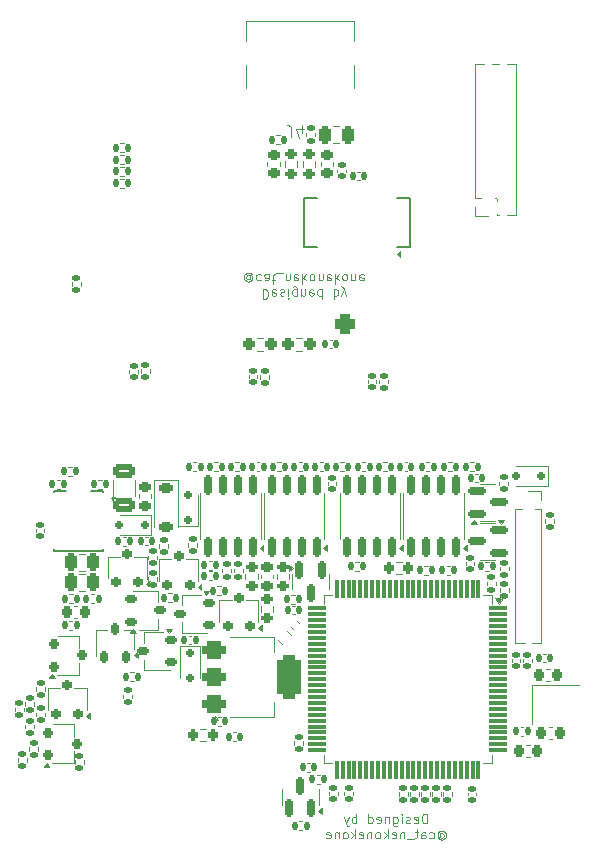
<source format=gbr>
%TF.GenerationSoftware,KiCad,Pcbnew,7.0.11*%
%TF.CreationDate,2025-06-24T23:57:38+09:00*%
%TF.ProjectId,2ndLayer_3rdLayer,326e644c-6179-4657-925f-3372644c6179,rev?*%
%TF.SameCoordinates,Original*%
%TF.FileFunction,Legend,Bot*%
%TF.FilePolarity,Positive*%
%FSLAX46Y46*%
G04 Gerber Fmt 4.6, Leading zero omitted, Abs format (unit mm)*
G04 Created by KiCad (PCBNEW 7.0.11) date 2025-06-24 23:57:38*
%MOMM*%
%LPD*%
G01*
G04 APERTURE LIST*
G04 Aperture macros list*
%AMRoundRect*
0 Rectangle with rounded corners*
0 $1 Rounding radius*
0 $2 $3 $4 $5 $6 $7 $8 $9 X,Y pos of 4 corners*
0 Add a 4 corners polygon primitive as box body*
4,1,4,$2,$3,$4,$5,$6,$7,$8,$9,$2,$3,0*
0 Add four circle primitives for the rounded corners*
1,1,$1+$1,$2,$3*
1,1,$1+$1,$4,$5*
1,1,$1+$1,$6,$7*
1,1,$1+$1,$8,$9*
0 Add four rect primitives between the rounded corners*
20,1,$1+$1,$2,$3,$4,$5,0*
20,1,$1+$1,$4,$5,$6,$7,0*
20,1,$1+$1,$6,$7,$8,$9,0*
20,1,$1+$1,$8,$9,$2,$3,0*%
%AMHorizOval*
0 Thick line with rounded ends*
0 $1 width*
0 $2 $3 position (X,Y) of the first rounded end (center of the circle)*
0 $4 $5 position (X,Y) of the second rounded end (center of the circle)*
0 Add line between two ends*
20,1,$1,$2,$3,$4,$5,0*
0 Add two circle primitives to create the rounded ends*
1,1,$1,$2,$3*
1,1,$1,$4,$5*%
G04 Aperture macros list end*
%ADD10C,0.110000*%
%ADD11C,0.120000*%
%ADD12C,0.150000*%
%ADD13C,0.250000*%
%ADD14C,0.900000*%
%ADD15HorizOval,3.100000X0.424264X0.424264X-0.424264X-0.424264X0*%
%ADD16RoundRect,0.350000X-0.308129X0.387371X-0.387371X-0.308129X0.308129X-0.387371X0.387371X0.308129X0*%
%ADD17C,1.400000*%
%ADD18C,2.000000*%
%ADD19RoundRect,0.425000X0.425000X0.425000X-0.425000X0.425000X-0.425000X-0.425000X0.425000X-0.425000X0*%
%ADD20C,1.700000*%
%ADD21R,1.000000X1.000000*%
%ADD22O,1.000000X1.000000*%
%ADD23RoundRect,0.135000X-0.135000X-0.185000X0.135000X-0.185000X0.135000X0.185000X-0.135000X0.185000X0*%
%ADD24RoundRect,0.375000X-0.625000X-0.375000X0.625000X-0.375000X0.625000X0.375000X-0.625000X0.375000X0*%
%ADD25RoundRect,0.500000X-0.500000X-1.400000X0.500000X-1.400000X0.500000X1.400000X-0.500000X1.400000X0*%
%ADD26RoundRect,0.140000X-0.140000X-0.170000X0.140000X-0.170000X0.140000X0.170000X-0.140000X0.170000X0*%
%ADD27RoundRect,0.135000X-0.185000X0.135000X-0.185000X-0.135000X0.185000X-0.135000X0.185000X0.135000X0*%
%ADD28RoundRect,0.225000X0.250000X-0.225000X0.250000X0.225000X-0.250000X0.225000X-0.250000X-0.225000X0*%
%ADD29RoundRect,0.135000X0.185000X-0.135000X0.185000X0.135000X-0.185000X0.135000X-0.185000X-0.135000X0*%
%ADD30RoundRect,0.200000X-0.250000X-0.200000X0.250000X-0.200000X0.250000X0.200000X-0.250000X0.200000X0*%
%ADD31RoundRect,0.150000X0.150000X-0.675000X0.150000X0.675000X-0.150000X0.675000X-0.150000X-0.675000X0*%
%ADD32RoundRect,0.135000X0.135000X0.185000X-0.135000X0.185000X-0.135000X-0.185000X0.135000X-0.185000X0*%
%ADD33RoundRect,0.200000X0.275000X-0.200000X0.275000X0.200000X-0.275000X0.200000X-0.275000X-0.200000X0*%
%ADD34RoundRect,0.237500X0.250000X0.237500X-0.250000X0.237500X-0.250000X-0.237500X0.250000X-0.237500X0*%
%ADD35RoundRect,0.150000X0.587500X0.150000X-0.587500X0.150000X-0.587500X-0.150000X0.587500X-0.150000X0*%
%ADD36RoundRect,0.250000X0.250000X0.475000X-0.250000X0.475000X-0.250000X-0.475000X0.250000X-0.475000X0*%
%ADD37RoundRect,0.140000X-0.170000X0.140000X-0.170000X-0.140000X0.170000X-0.140000X0.170000X0.140000X0*%
%ADD38RoundRect,0.175000X0.175000X-0.325000X0.175000X0.325000X-0.175000X0.325000X-0.175000X-0.325000X0*%
%ADD39RoundRect,0.225000X0.225000X0.250000X-0.225000X0.250000X-0.225000X-0.250000X0.225000X-0.250000X0*%
%ADD40O,1.000000X2.100000*%
%ADD41O,1.000000X1.800000*%
%ADD42R,0.600000X1.240000*%
%ADD43R,0.300000X1.240000*%
%ADD44C,0.650000*%
%ADD45RoundRect,0.140000X0.170000X-0.140000X0.170000X0.140000X-0.170000X0.140000X-0.170000X-0.140000X0*%
%ADD46RoundRect,0.175000X0.175000X0.175000X-0.175000X0.175000X-0.175000X-0.175000X0.175000X-0.175000X0*%
%ADD47RoundRect,0.200000X0.200000X-0.250000X0.200000X0.250000X-0.200000X0.250000X-0.200000X-0.250000X0*%
%ADD48RoundRect,0.175000X0.325000X0.175000X-0.325000X0.175000X-0.325000X-0.175000X0.325000X-0.175000X0*%
%ADD49RoundRect,0.225000X-0.250000X0.225000X-0.250000X-0.225000X0.250000X-0.225000X0.250000X0.225000X0*%
%ADD50RoundRect,0.200000X-0.335876X-0.053033X-0.053033X-0.335876X0.335876X0.053033X0.053033X0.335876X0*%
%ADD51RoundRect,0.075000X0.725000X0.075000X-0.725000X0.075000X-0.725000X-0.075000X0.725000X-0.075000X0*%
%ADD52RoundRect,0.075000X0.075000X0.725000X-0.075000X0.725000X-0.075000X-0.725000X0.075000X-0.725000X0*%
%ADD53RoundRect,0.140000X0.140000X0.170000X-0.140000X0.170000X-0.140000X-0.170000X0.140000X-0.170000X0*%
%ADD54RoundRect,0.200000X-0.200000X-0.275000X0.200000X-0.275000X0.200000X0.275000X-0.200000X0.275000X0*%
%ADD55RoundRect,0.140000X0.219203X0.021213X0.021213X0.219203X-0.219203X-0.021213X-0.021213X-0.219203X0*%
%ADD56RoundRect,0.175000X-0.175000X0.175000X-0.175000X-0.175000X0.175000X-0.175000X0.175000X0.175000X0*%
%ADD57RoundRect,0.175000X-0.325000X-0.175000X0.325000X-0.175000X0.325000X0.175000X-0.325000X0.175000X0*%
%ADD58R,0.400000X1.200000*%
%ADD59RoundRect,0.225000X-0.375000X0.225000X-0.375000X-0.225000X0.375000X-0.225000X0.375000X0.225000X0*%
%ADD60RoundRect,0.200000X0.200000X0.275000X-0.200000X0.275000X-0.200000X-0.275000X0.200000X-0.275000X0*%
%ADD61RoundRect,0.150000X-0.587500X-0.150000X0.587500X-0.150000X0.587500X0.150000X-0.587500X0.150000X0*%
%ADD62RoundRect,0.150000X-0.150000X0.587500X-0.150000X-0.587500X0.150000X-0.587500X0.150000X0.587500X0*%
%ADD63RoundRect,0.225000X-0.225000X-0.250000X0.225000X-0.250000X0.225000X0.250000X-0.225000X0.250000X0*%
%ADD64RoundRect,0.175000X0.175000X-0.175000X0.175000X0.175000X-0.175000X0.175000X-0.175000X-0.175000X0*%
%ADD65R,1.400000X1.200000*%
%ADD66RoundRect,0.200000X-0.275000X0.200000X-0.275000X-0.200000X0.275000X-0.200000X0.275000X0.200000X0*%
%ADD67RoundRect,0.150000X0.150000X-0.587500X0.150000X0.587500X-0.150000X0.587500X-0.150000X-0.587500X0*%
%ADD68RoundRect,0.250000X0.650000X-0.325000X0.650000X0.325000X-0.650000X0.325000X-0.650000X-0.325000X0*%
%ADD69RoundRect,0.218750X-0.256250X0.218750X-0.256250X-0.218750X0.256250X-0.218750X0.256250X0.218750X0*%
G04 APERTURE END LIST*
D10*
X136908333Y-88929624D02*
X136908333Y-89729624D01*
X136908333Y-89729624D02*
X137098809Y-89729624D01*
X137098809Y-89729624D02*
X137213095Y-89691529D01*
X137213095Y-89691529D02*
X137289285Y-89615339D01*
X137289285Y-89615339D02*
X137327380Y-89539148D01*
X137327380Y-89539148D02*
X137365476Y-89386767D01*
X137365476Y-89386767D02*
X137365476Y-89272481D01*
X137365476Y-89272481D02*
X137327380Y-89120100D01*
X137327380Y-89120100D02*
X137289285Y-89043910D01*
X137289285Y-89043910D02*
X137213095Y-88967720D01*
X137213095Y-88967720D02*
X137098809Y-88929624D01*
X137098809Y-88929624D02*
X136908333Y-88929624D01*
X138013095Y-88967720D02*
X137936904Y-88929624D01*
X137936904Y-88929624D02*
X137784523Y-88929624D01*
X137784523Y-88929624D02*
X137708333Y-88967720D01*
X137708333Y-88967720D02*
X137670237Y-89043910D01*
X137670237Y-89043910D02*
X137670237Y-89348672D01*
X137670237Y-89348672D02*
X137708333Y-89424862D01*
X137708333Y-89424862D02*
X137784523Y-89462958D01*
X137784523Y-89462958D02*
X137936904Y-89462958D01*
X137936904Y-89462958D02*
X138013095Y-89424862D01*
X138013095Y-89424862D02*
X138051190Y-89348672D01*
X138051190Y-89348672D02*
X138051190Y-89272481D01*
X138051190Y-89272481D02*
X137670237Y-89196291D01*
X138355951Y-88967720D02*
X138432142Y-88929624D01*
X138432142Y-88929624D02*
X138584523Y-88929624D01*
X138584523Y-88929624D02*
X138660713Y-88967720D01*
X138660713Y-88967720D02*
X138698809Y-89043910D01*
X138698809Y-89043910D02*
X138698809Y-89082005D01*
X138698809Y-89082005D02*
X138660713Y-89158196D01*
X138660713Y-89158196D02*
X138584523Y-89196291D01*
X138584523Y-89196291D02*
X138470237Y-89196291D01*
X138470237Y-89196291D02*
X138394047Y-89234386D01*
X138394047Y-89234386D02*
X138355951Y-89310577D01*
X138355951Y-89310577D02*
X138355951Y-89348672D01*
X138355951Y-89348672D02*
X138394047Y-89424862D01*
X138394047Y-89424862D02*
X138470237Y-89462958D01*
X138470237Y-89462958D02*
X138584523Y-89462958D01*
X138584523Y-89462958D02*
X138660713Y-89424862D01*
X139041666Y-88929624D02*
X139041666Y-89462958D01*
X139041666Y-89729624D02*
X139003570Y-89691529D01*
X139003570Y-89691529D02*
X139041666Y-89653434D01*
X139041666Y-89653434D02*
X139079761Y-89691529D01*
X139079761Y-89691529D02*
X139041666Y-89729624D01*
X139041666Y-89729624D02*
X139041666Y-89653434D01*
X139765475Y-89462958D02*
X139765475Y-88815339D01*
X139765475Y-88815339D02*
X139727380Y-88739148D01*
X139727380Y-88739148D02*
X139689284Y-88701053D01*
X139689284Y-88701053D02*
X139613094Y-88662958D01*
X139613094Y-88662958D02*
X139498808Y-88662958D01*
X139498808Y-88662958D02*
X139422618Y-88701053D01*
X139765475Y-88967720D02*
X139689284Y-88929624D01*
X139689284Y-88929624D02*
X139536903Y-88929624D01*
X139536903Y-88929624D02*
X139460713Y-88967720D01*
X139460713Y-88967720D02*
X139422618Y-89005815D01*
X139422618Y-89005815D02*
X139384522Y-89082005D01*
X139384522Y-89082005D02*
X139384522Y-89310577D01*
X139384522Y-89310577D02*
X139422618Y-89386767D01*
X139422618Y-89386767D02*
X139460713Y-89424862D01*
X139460713Y-89424862D02*
X139536903Y-89462958D01*
X139536903Y-89462958D02*
X139689284Y-89462958D01*
X139689284Y-89462958D02*
X139765475Y-89424862D01*
X140146428Y-89462958D02*
X140146428Y-88929624D01*
X140146428Y-89386767D02*
X140184523Y-89424862D01*
X140184523Y-89424862D02*
X140260713Y-89462958D01*
X140260713Y-89462958D02*
X140374999Y-89462958D01*
X140374999Y-89462958D02*
X140451190Y-89424862D01*
X140451190Y-89424862D02*
X140489285Y-89348672D01*
X140489285Y-89348672D02*
X140489285Y-88929624D01*
X141175000Y-88967720D02*
X141098809Y-88929624D01*
X141098809Y-88929624D02*
X140946428Y-88929624D01*
X140946428Y-88929624D02*
X140870238Y-88967720D01*
X140870238Y-88967720D02*
X140832142Y-89043910D01*
X140832142Y-89043910D02*
X140832142Y-89348672D01*
X140832142Y-89348672D02*
X140870238Y-89424862D01*
X140870238Y-89424862D02*
X140946428Y-89462958D01*
X140946428Y-89462958D02*
X141098809Y-89462958D01*
X141098809Y-89462958D02*
X141175000Y-89424862D01*
X141175000Y-89424862D02*
X141213095Y-89348672D01*
X141213095Y-89348672D02*
X141213095Y-89272481D01*
X141213095Y-89272481D02*
X140832142Y-89196291D01*
X141898809Y-88929624D02*
X141898809Y-89729624D01*
X141898809Y-88967720D02*
X141822618Y-88929624D01*
X141822618Y-88929624D02*
X141670237Y-88929624D01*
X141670237Y-88929624D02*
X141594047Y-88967720D01*
X141594047Y-88967720D02*
X141555952Y-89005815D01*
X141555952Y-89005815D02*
X141517856Y-89082005D01*
X141517856Y-89082005D02*
X141517856Y-89310577D01*
X141517856Y-89310577D02*
X141555952Y-89386767D01*
X141555952Y-89386767D02*
X141594047Y-89424862D01*
X141594047Y-89424862D02*
X141670237Y-89462958D01*
X141670237Y-89462958D02*
X141822618Y-89462958D01*
X141822618Y-89462958D02*
X141898809Y-89424862D01*
X142889286Y-88929624D02*
X142889286Y-89729624D01*
X142889286Y-89424862D02*
X142965476Y-89462958D01*
X142965476Y-89462958D02*
X143117857Y-89462958D01*
X143117857Y-89462958D02*
X143194048Y-89424862D01*
X143194048Y-89424862D02*
X143232143Y-89386767D01*
X143232143Y-89386767D02*
X143270238Y-89310577D01*
X143270238Y-89310577D02*
X143270238Y-89082005D01*
X143270238Y-89082005D02*
X143232143Y-89005815D01*
X143232143Y-89005815D02*
X143194048Y-88967720D01*
X143194048Y-88967720D02*
X143117857Y-88929624D01*
X143117857Y-88929624D02*
X142965476Y-88929624D01*
X142965476Y-88929624D02*
X142889286Y-88967720D01*
X143536905Y-89462958D02*
X143727381Y-88929624D01*
X143917858Y-89462958D02*
X143727381Y-88929624D01*
X143727381Y-88929624D02*
X143651191Y-88739148D01*
X143651191Y-88739148D02*
X143613096Y-88701053D01*
X143613096Y-88701053D02*
X143536905Y-88662958D01*
X135822618Y-88022577D02*
X135784523Y-88060672D01*
X135784523Y-88060672D02*
X135708332Y-88098767D01*
X135708332Y-88098767D02*
X135632142Y-88098767D01*
X135632142Y-88098767D02*
X135555951Y-88060672D01*
X135555951Y-88060672D02*
X135517856Y-88022577D01*
X135517856Y-88022577D02*
X135479761Y-87946386D01*
X135479761Y-87946386D02*
X135479761Y-87870196D01*
X135479761Y-87870196D02*
X135517856Y-87794005D01*
X135517856Y-87794005D02*
X135555951Y-87755910D01*
X135555951Y-87755910D02*
X135632142Y-87717815D01*
X135632142Y-87717815D02*
X135708332Y-87717815D01*
X135708332Y-87717815D02*
X135784523Y-87755910D01*
X135784523Y-87755910D02*
X135822618Y-87794005D01*
X135822618Y-88098767D02*
X135822618Y-87794005D01*
X135822618Y-87794005D02*
X135860713Y-87755910D01*
X135860713Y-87755910D02*
X135898808Y-87755910D01*
X135898808Y-87755910D02*
X135974999Y-87794005D01*
X135974999Y-87794005D02*
X136013094Y-87870196D01*
X136013094Y-87870196D02*
X136013094Y-88060672D01*
X136013094Y-88060672D02*
X135936904Y-88174958D01*
X135936904Y-88174958D02*
X135822618Y-88251148D01*
X135822618Y-88251148D02*
X135670237Y-88289243D01*
X135670237Y-88289243D02*
X135517856Y-88251148D01*
X135517856Y-88251148D02*
X135403570Y-88174958D01*
X135403570Y-88174958D02*
X135327380Y-88060672D01*
X135327380Y-88060672D02*
X135289284Y-87908291D01*
X135289284Y-87908291D02*
X135327380Y-87755910D01*
X135327380Y-87755910D02*
X135403570Y-87641624D01*
X135403570Y-87641624D02*
X135517856Y-87565434D01*
X135517856Y-87565434D02*
X135670237Y-87527339D01*
X135670237Y-87527339D02*
X135822618Y-87565434D01*
X135822618Y-87565434D02*
X135936904Y-87641624D01*
X136698808Y-87679720D02*
X136622617Y-87641624D01*
X136622617Y-87641624D02*
X136470236Y-87641624D01*
X136470236Y-87641624D02*
X136394046Y-87679720D01*
X136394046Y-87679720D02*
X136355951Y-87717815D01*
X136355951Y-87717815D02*
X136317855Y-87794005D01*
X136317855Y-87794005D02*
X136317855Y-88022577D01*
X136317855Y-88022577D02*
X136355951Y-88098767D01*
X136355951Y-88098767D02*
X136394046Y-88136862D01*
X136394046Y-88136862D02*
X136470236Y-88174958D01*
X136470236Y-88174958D02*
X136622617Y-88174958D01*
X136622617Y-88174958D02*
X136698808Y-88136862D01*
X137384522Y-87641624D02*
X137384522Y-88060672D01*
X137384522Y-88060672D02*
X137346427Y-88136862D01*
X137346427Y-88136862D02*
X137270236Y-88174958D01*
X137270236Y-88174958D02*
X137117855Y-88174958D01*
X137117855Y-88174958D02*
X137041665Y-88136862D01*
X137384522Y-87679720D02*
X137308331Y-87641624D01*
X137308331Y-87641624D02*
X137117855Y-87641624D01*
X137117855Y-87641624D02*
X137041665Y-87679720D01*
X137041665Y-87679720D02*
X137003569Y-87755910D01*
X137003569Y-87755910D02*
X137003569Y-87832100D01*
X137003569Y-87832100D02*
X137041665Y-87908291D01*
X137041665Y-87908291D02*
X137117855Y-87946386D01*
X137117855Y-87946386D02*
X137308331Y-87946386D01*
X137308331Y-87946386D02*
X137384522Y-87984481D01*
X137651189Y-88174958D02*
X137955951Y-88174958D01*
X137765475Y-88441624D02*
X137765475Y-87755910D01*
X137765475Y-87755910D02*
X137803570Y-87679720D01*
X137803570Y-87679720D02*
X137879760Y-87641624D01*
X137879760Y-87641624D02*
X137955951Y-87641624D01*
X138032142Y-87565434D02*
X138641665Y-87565434D01*
X138832142Y-88174958D02*
X138832142Y-87641624D01*
X138832142Y-88098767D02*
X138870237Y-88136862D01*
X138870237Y-88136862D02*
X138946427Y-88174958D01*
X138946427Y-88174958D02*
X139060713Y-88174958D01*
X139060713Y-88174958D02*
X139136904Y-88136862D01*
X139136904Y-88136862D02*
X139174999Y-88060672D01*
X139174999Y-88060672D02*
X139174999Y-87641624D01*
X139860714Y-87679720D02*
X139784523Y-87641624D01*
X139784523Y-87641624D02*
X139632142Y-87641624D01*
X139632142Y-87641624D02*
X139555952Y-87679720D01*
X139555952Y-87679720D02*
X139517856Y-87755910D01*
X139517856Y-87755910D02*
X139517856Y-88060672D01*
X139517856Y-88060672D02*
X139555952Y-88136862D01*
X139555952Y-88136862D02*
X139632142Y-88174958D01*
X139632142Y-88174958D02*
X139784523Y-88174958D01*
X139784523Y-88174958D02*
X139860714Y-88136862D01*
X139860714Y-88136862D02*
X139898809Y-88060672D01*
X139898809Y-88060672D02*
X139898809Y-87984481D01*
X139898809Y-87984481D02*
X139517856Y-87908291D01*
X140241666Y-87641624D02*
X140241666Y-88441624D01*
X140317856Y-87946386D02*
X140546428Y-87641624D01*
X140546428Y-88174958D02*
X140241666Y-87870196D01*
X141003570Y-87641624D02*
X140927380Y-87679720D01*
X140927380Y-87679720D02*
X140889285Y-87717815D01*
X140889285Y-87717815D02*
X140851189Y-87794005D01*
X140851189Y-87794005D02*
X140851189Y-88022577D01*
X140851189Y-88022577D02*
X140889285Y-88098767D01*
X140889285Y-88098767D02*
X140927380Y-88136862D01*
X140927380Y-88136862D02*
X141003570Y-88174958D01*
X141003570Y-88174958D02*
X141117856Y-88174958D01*
X141117856Y-88174958D02*
X141194047Y-88136862D01*
X141194047Y-88136862D02*
X141232142Y-88098767D01*
X141232142Y-88098767D02*
X141270237Y-88022577D01*
X141270237Y-88022577D02*
X141270237Y-87794005D01*
X141270237Y-87794005D02*
X141232142Y-87717815D01*
X141232142Y-87717815D02*
X141194047Y-87679720D01*
X141194047Y-87679720D02*
X141117856Y-87641624D01*
X141117856Y-87641624D02*
X141003570Y-87641624D01*
X141613095Y-88174958D02*
X141613095Y-87641624D01*
X141613095Y-88098767D02*
X141651190Y-88136862D01*
X141651190Y-88136862D02*
X141727380Y-88174958D01*
X141727380Y-88174958D02*
X141841666Y-88174958D01*
X141841666Y-88174958D02*
X141917857Y-88136862D01*
X141917857Y-88136862D02*
X141955952Y-88060672D01*
X141955952Y-88060672D02*
X141955952Y-87641624D01*
X142641667Y-87679720D02*
X142565476Y-87641624D01*
X142565476Y-87641624D02*
X142413095Y-87641624D01*
X142413095Y-87641624D02*
X142336905Y-87679720D01*
X142336905Y-87679720D02*
X142298809Y-87755910D01*
X142298809Y-87755910D02*
X142298809Y-88060672D01*
X142298809Y-88060672D02*
X142336905Y-88136862D01*
X142336905Y-88136862D02*
X142413095Y-88174958D01*
X142413095Y-88174958D02*
X142565476Y-88174958D01*
X142565476Y-88174958D02*
X142641667Y-88136862D01*
X142641667Y-88136862D02*
X142679762Y-88060672D01*
X142679762Y-88060672D02*
X142679762Y-87984481D01*
X142679762Y-87984481D02*
X142298809Y-87908291D01*
X143022619Y-87641624D02*
X143022619Y-88441624D01*
X143098809Y-87946386D02*
X143327381Y-87641624D01*
X143327381Y-88174958D02*
X143022619Y-87870196D01*
X143784523Y-87641624D02*
X143708333Y-87679720D01*
X143708333Y-87679720D02*
X143670238Y-87717815D01*
X143670238Y-87717815D02*
X143632142Y-87794005D01*
X143632142Y-87794005D02*
X143632142Y-88022577D01*
X143632142Y-88022577D02*
X143670238Y-88098767D01*
X143670238Y-88098767D02*
X143708333Y-88136862D01*
X143708333Y-88136862D02*
X143784523Y-88174958D01*
X143784523Y-88174958D02*
X143898809Y-88174958D01*
X143898809Y-88174958D02*
X143975000Y-88136862D01*
X143975000Y-88136862D02*
X144013095Y-88098767D01*
X144013095Y-88098767D02*
X144051190Y-88022577D01*
X144051190Y-88022577D02*
X144051190Y-87794005D01*
X144051190Y-87794005D02*
X144013095Y-87717815D01*
X144013095Y-87717815D02*
X143975000Y-87679720D01*
X143975000Y-87679720D02*
X143898809Y-87641624D01*
X143898809Y-87641624D02*
X143784523Y-87641624D01*
X144394048Y-88174958D02*
X144394048Y-87641624D01*
X144394048Y-88098767D02*
X144432143Y-88136862D01*
X144432143Y-88136862D02*
X144508333Y-88174958D01*
X144508333Y-88174958D02*
X144622619Y-88174958D01*
X144622619Y-88174958D02*
X144698810Y-88136862D01*
X144698810Y-88136862D02*
X144736905Y-88060672D01*
X144736905Y-88060672D02*
X144736905Y-87641624D01*
X145422620Y-87679720D02*
X145346429Y-87641624D01*
X145346429Y-87641624D02*
X145194048Y-87641624D01*
X145194048Y-87641624D02*
X145117858Y-87679720D01*
X145117858Y-87679720D02*
X145079762Y-87755910D01*
X145079762Y-87755910D02*
X145079762Y-88060672D01*
X145079762Y-88060672D02*
X145117858Y-88136862D01*
X145117858Y-88136862D02*
X145194048Y-88174958D01*
X145194048Y-88174958D02*
X145346429Y-88174958D01*
X145346429Y-88174958D02*
X145422620Y-88136862D01*
X145422620Y-88136862D02*
X145460715Y-88060672D01*
X145460715Y-88060672D02*
X145460715Y-87984481D01*
X145460715Y-87984481D02*
X145079762Y-87908291D01*
X150796666Y-134140375D02*
X150796666Y-133340375D01*
X150796666Y-133340375D02*
X150606190Y-133340375D01*
X150606190Y-133340375D02*
X150491904Y-133378470D01*
X150491904Y-133378470D02*
X150415714Y-133454660D01*
X150415714Y-133454660D02*
X150377619Y-133530851D01*
X150377619Y-133530851D02*
X150339523Y-133683232D01*
X150339523Y-133683232D02*
X150339523Y-133797518D01*
X150339523Y-133797518D02*
X150377619Y-133949899D01*
X150377619Y-133949899D02*
X150415714Y-134026089D01*
X150415714Y-134026089D02*
X150491904Y-134102280D01*
X150491904Y-134102280D02*
X150606190Y-134140375D01*
X150606190Y-134140375D02*
X150796666Y-134140375D01*
X149691904Y-134102280D02*
X149768095Y-134140375D01*
X149768095Y-134140375D02*
X149920476Y-134140375D01*
X149920476Y-134140375D02*
X149996666Y-134102280D01*
X149996666Y-134102280D02*
X150034762Y-134026089D01*
X150034762Y-134026089D02*
X150034762Y-133721327D01*
X150034762Y-133721327D02*
X149996666Y-133645137D01*
X149996666Y-133645137D02*
X149920476Y-133607041D01*
X149920476Y-133607041D02*
X149768095Y-133607041D01*
X149768095Y-133607041D02*
X149691904Y-133645137D01*
X149691904Y-133645137D02*
X149653809Y-133721327D01*
X149653809Y-133721327D02*
X149653809Y-133797518D01*
X149653809Y-133797518D02*
X150034762Y-133873708D01*
X149349048Y-134102280D02*
X149272857Y-134140375D01*
X149272857Y-134140375D02*
X149120476Y-134140375D01*
X149120476Y-134140375D02*
X149044286Y-134102280D01*
X149044286Y-134102280D02*
X149006190Y-134026089D01*
X149006190Y-134026089D02*
X149006190Y-133987994D01*
X149006190Y-133987994D02*
X149044286Y-133911803D01*
X149044286Y-133911803D02*
X149120476Y-133873708D01*
X149120476Y-133873708D02*
X149234762Y-133873708D01*
X149234762Y-133873708D02*
X149310952Y-133835613D01*
X149310952Y-133835613D02*
X149349048Y-133759422D01*
X149349048Y-133759422D02*
X149349048Y-133721327D01*
X149349048Y-133721327D02*
X149310952Y-133645137D01*
X149310952Y-133645137D02*
X149234762Y-133607041D01*
X149234762Y-133607041D02*
X149120476Y-133607041D01*
X149120476Y-133607041D02*
X149044286Y-133645137D01*
X148663333Y-134140375D02*
X148663333Y-133607041D01*
X148663333Y-133340375D02*
X148701429Y-133378470D01*
X148701429Y-133378470D02*
X148663333Y-133416565D01*
X148663333Y-133416565D02*
X148625238Y-133378470D01*
X148625238Y-133378470D02*
X148663333Y-133340375D01*
X148663333Y-133340375D02*
X148663333Y-133416565D01*
X147939524Y-133607041D02*
X147939524Y-134254660D01*
X147939524Y-134254660D02*
X147977619Y-134330851D01*
X147977619Y-134330851D02*
X148015715Y-134368946D01*
X148015715Y-134368946D02*
X148091905Y-134407041D01*
X148091905Y-134407041D02*
X148206191Y-134407041D01*
X148206191Y-134407041D02*
X148282381Y-134368946D01*
X147939524Y-134102280D02*
X148015715Y-134140375D01*
X148015715Y-134140375D02*
X148168096Y-134140375D01*
X148168096Y-134140375D02*
X148244286Y-134102280D01*
X148244286Y-134102280D02*
X148282381Y-134064184D01*
X148282381Y-134064184D02*
X148320477Y-133987994D01*
X148320477Y-133987994D02*
X148320477Y-133759422D01*
X148320477Y-133759422D02*
X148282381Y-133683232D01*
X148282381Y-133683232D02*
X148244286Y-133645137D01*
X148244286Y-133645137D02*
X148168096Y-133607041D01*
X148168096Y-133607041D02*
X148015715Y-133607041D01*
X148015715Y-133607041D02*
X147939524Y-133645137D01*
X147558571Y-133607041D02*
X147558571Y-134140375D01*
X147558571Y-133683232D02*
X147520476Y-133645137D01*
X147520476Y-133645137D02*
X147444286Y-133607041D01*
X147444286Y-133607041D02*
X147330000Y-133607041D01*
X147330000Y-133607041D02*
X147253809Y-133645137D01*
X147253809Y-133645137D02*
X147215714Y-133721327D01*
X147215714Y-133721327D02*
X147215714Y-134140375D01*
X146529999Y-134102280D02*
X146606190Y-134140375D01*
X146606190Y-134140375D02*
X146758571Y-134140375D01*
X146758571Y-134140375D02*
X146834761Y-134102280D01*
X146834761Y-134102280D02*
X146872857Y-134026089D01*
X146872857Y-134026089D02*
X146872857Y-133721327D01*
X146872857Y-133721327D02*
X146834761Y-133645137D01*
X146834761Y-133645137D02*
X146758571Y-133607041D01*
X146758571Y-133607041D02*
X146606190Y-133607041D01*
X146606190Y-133607041D02*
X146529999Y-133645137D01*
X146529999Y-133645137D02*
X146491904Y-133721327D01*
X146491904Y-133721327D02*
X146491904Y-133797518D01*
X146491904Y-133797518D02*
X146872857Y-133873708D01*
X145806190Y-134140375D02*
X145806190Y-133340375D01*
X145806190Y-134102280D02*
X145882381Y-134140375D01*
X145882381Y-134140375D02*
X146034762Y-134140375D01*
X146034762Y-134140375D02*
X146110952Y-134102280D01*
X146110952Y-134102280D02*
X146149047Y-134064184D01*
X146149047Y-134064184D02*
X146187143Y-133987994D01*
X146187143Y-133987994D02*
X146187143Y-133759422D01*
X146187143Y-133759422D02*
X146149047Y-133683232D01*
X146149047Y-133683232D02*
X146110952Y-133645137D01*
X146110952Y-133645137D02*
X146034762Y-133607041D01*
X146034762Y-133607041D02*
X145882381Y-133607041D01*
X145882381Y-133607041D02*
X145806190Y-133645137D01*
X144815713Y-134140375D02*
X144815713Y-133340375D01*
X144815713Y-133645137D02*
X144739523Y-133607041D01*
X144739523Y-133607041D02*
X144587142Y-133607041D01*
X144587142Y-133607041D02*
X144510951Y-133645137D01*
X144510951Y-133645137D02*
X144472856Y-133683232D01*
X144472856Y-133683232D02*
X144434761Y-133759422D01*
X144434761Y-133759422D02*
X144434761Y-133987994D01*
X144434761Y-133987994D02*
X144472856Y-134064184D01*
X144472856Y-134064184D02*
X144510951Y-134102280D01*
X144510951Y-134102280D02*
X144587142Y-134140375D01*
X144587142Y-134140375D02*
X144739523Y-134140375D01*
X144739523Y-134140375D02*
X144815713Y-134102280D01*
X144168094Y-133607041D02*
X143977618Y-134140375D01*
X143787141Y-133607041D02*
X143977618Y-134140375D01*
X143977618Y-134140375D02*
X144053808Y-134330851D01*
X144053808Y-134330851D02*
X144091903Y-134368946D01*
X144091903Y-134368946D02*
X144168094Y-134407041D01*
X151882381Y-135047422D02*
X151920476Y-135009327D01*
X151920476Y-135009327D02*
X151996667Y-134971232D01*
X151996667Y-134971232D02*
X152072857Y-134971232D01*
X152072857Y-134971232D02*
X152149048Y-135009327D01*
X152149048Y-135009327D02*
X152187143Y-135047422D01*
X152187143Y-135047422D02*
X152225238Y-135123613D01*
X152225238Y-135123613D02*
X152225238Y-135199803D01*
X152225238Y-135199803D02*
X152187143Y-135275994D01*
X152187143Y-135275994D02*
X152149048Y-135314089D01*
X152149048Y-135314089D02*
X152072857Y-135352184D01*
X152072857Y-135352184D02*
X151996667Y-135352184D01*
X151996667Y-135352184D02*
X151920476Y-135314089D01*
X151920476Y-135314089D02*
X151882381Y-135275994D01*
X151882381Y-134971232D02*
X151882381Y-135275994D01*
X151882381Y-135275994D02*
X151844286Y-135314089D01*
X151844286Y-135314089D02*
X151806191Y-135314089D01*
X151806191Y-135314089D02*
X151730000Y-135275994D01*
X151730000Y-135275994D02*
X151691905Y-135199803D01*
X151691905Y-135199803D02*
X151691905Y-135009327D01*
X151691905Y-135009327D02*
X151768096Y-134895041D01*
X151768096Y-134895041D02*
X151882381Y-134818851D01*
X151882381Y-134818851D02*
X152034762Y-134780756D01*
X152034762Y-134780756D02*
X152187143Y-134818851D01*
X152187143Y-134818851D02*
X152301429Y-134895041D01*
X152301429Y-134895041D02*
X152377619Y-135009327D01*
X152377619Y-135009327D02*
X152415715Y-135161708D01*
X152415715Y-135161708D02*
X152377619Y-135314089D01*
X152377619Y-135314089D02*
X152301429Y-135428375D01*
X152301429Y-135428375D02*
X152187143Y-135504565D01*
X152187143Y-135504565D02*
X152034762Y-135542660D01*
X152034762Y-135542660D02*
X151882381Y-135504565D01*
X151882381Y-135504565D02*
X151768096Y-135428375D01*
X151006191Y-135390280D02*
X151082382Y-135428375D01*
X151082382Y-135428375D02*
X151234763Y-135428375D01*
X151234763Y-135428375D02*
X151310953Y-135390280D01*
X151310953Y-135390280D02*
X151349048Y-135352184D01*
X151349048Y-135352184D02*
X151387144Y-135275994D01*
X151387144Y-135275994D02*
X151387144Y-135047422D01*
X151387144Y-135047422D02*
X151349048Y-134971232D01*
X151349048Y-134971232D02*
X151310953Y-134933137D01*
X151310953Y-134933137D02*
X151234763Y-134895041D01*
X151234763Y-134895041D02*
X151082382Y-134895041D01*
X151082382Y-134895041D02*
X151006191Y-134933137D01*
X150320477Y-135428375D02*
X150320477Y-135009327D01*
X150320477Y-135009327D02*
X150358572Y-134933137D01*
X150358572Y-134933137D02*
X150434763Y-134895041D01*
X150434763Y-134895041D02*
X150587144Y-134895041D01*
X150587144Y-134895041D02*
X150663334Y-134933137D01*
X150320477Y-135390280D02*
X150396668Y-135428375D01*
X150396668Y-135428375D02*
X150587144Y-135428375D01*
X150587144Y-135428375D02*
X150663334Y-135390280D01*
X150663334Y-135390280D02*
X150701430Y-135314089D01*
X150701430Y-135314089D02*
X150701430Y-135237899D01*
X150701430Y-135237899D02*
X150663334Y-135161708D01*
X150663334Y-135161708D02*
X150587144Y-135123613D01*
X150587144Y-135123613D02*
X150396668Y-135123613D01*
X150396668Y-135123613D02*
X150320477Y-135085518D01*
X150053810Y-134895041D02*
X149749048Y-134895041D01*
X149939524Y-134628375D02*
X149939524Y-135314089D01*
X149939524Y-135314089D02*
X149901429Y-135390280D01*
X149901429Y-135390280D02*
X149825239Y-135428375D01*
X149825239Y-135428375D02*
X149749048Y-135428375D01*
X149672858Y-135504565D02*
X149063334Y-135504565D01*
X148872857Y-134895041D02*
X148872857Y-135428375D01*
X148872857Y-134971232D02*
X148834762Y-134933137D01*
X148834762Y-134933137D02*
X148758572Y-134895041D01*
X148758572Y-134895041D02*
X148644286Y-134895041D01*
X148644286Y-134895041D02*
X148568095Y-134933137D01*
X148568095Y-134933137D02*
X148530000Y-135009327D01*
X148530000Y-135009327D02*
X148530000Y-135428375D01*
X147844285Y-135390280D02*
X147920476Y-135428375D01*
X147920476Y-135428375D02*
X148072857Y-135428375D01*
X148072857Y-135428375D02*
X148149047Y-135390280D01*
X148149047Y-135390280D02*
X148187143Y-135314089D01*
X148187143Y-135314089D02*
X148187143Y-135009327D01*
X148187143Y-135009327D02*
X148149047Y-134933137D01*
X148149047Y-134933137D02*
X148072857Y-134895041D01*
X148072857Y-134895041D02*
X147920476Y-134895041D01*
X147920476Y-134895041D02*
X147844285Y-134933137D01*
X147844285Y-134933137D02*
X147806190Y-135009327D01*
X147806190Y-135009327D02*
X147806190Y-135085518D01*
X147806190Y-135085518D02*
X148187143Y-135161708D01*
X147463333Y-135428375D02*
X147463333Y-134628375D01*
X147387143Y-135123613D02*
X147158571Y-135428375D01*
X147158571Y-134895041D02*
X147463333Y-135199803D01*
X146701429Y-135428375D02*
X146777619Y-135390280D01*
X146777619Y-135390280D02*
X146815714Y-135352184D01*
X146815714Y-135352184D02*
X146853810Y-135275994D01*
X146853810Y-135275994D02*
X146853810Y-135047422D01*
X146853810Y-135047422D02*
X146815714Y-134971232D01*
X146815714Y-134971232D02*
X146777619Y-134933137D01*
X146777619Y-134933137D02*
X146701429Y-134895041D01*
X146701429Y-134895041D02*
X146587143Y-134895041D01*
X146587143Y-134895041D02*
X146510952Y-134933137D01*
X146510952Y-134933137D02*
X146472857Y-134971232D01*
X146472857Y-134971232D02*
X146434762Y-135047422D01*
X146434762Y-135047422D02*
X146434762Y-135275994D01*
X146434762Y-135275994D02*
X146472857Y-135352184D01*
X146472857Y-135352184D02*
X146510952Y-135390280D01*
X146510952Y-135390280D02*
X146587143Y-135428375D01*
X146587143Y-135428375D02*
X146701429Y-135428375D01*
X146091904Y-134895041D02*
X146091904Y-135428375D01*
X146091904Y-134971232D02*
X146053809Y-134933137D01*
X146053809Y-134933137D02*
X145977619Y-134895041D01*
X145977619Y-134895041D02*
X145863333Y-134895041D01*
X145863333Y-134895041D02*
X145787142Y-134933137D01*
X145787142Y-134933137D02*
X145749047Y-135009327D01*
X145749047Y-135009327D02*
X145749047Y-135428375D01*
X145063332Y-135390280D02*
X145139523Y-135428375D01*
X145139523Y-135428375D02*
X145291904Y-135428375D01*
X145291904Y-135428375D02*
X145368094Y-135390280D01*
X145368094Y-135390280D02*
X145406190Y-135314089D01*
X145406190Y-135314089D02*
X145406190Y-135009327D01*
X145406190Y-135009327D02*
X145368094Y-134933137D01*
X145368094Y-134933137D02*
X145291904Y-134895041D01*
X145291904Y-134895041D02*
X145139523Y-134895041D01*
X145139523Y-134895041D02*
X145063332Y-134933137D01*
X145063332Y-134933137D02*
X145025237Y-135009327D01*
X145025237Y-135009327D02*
X145025237Y-135085518D01*
X145025237Y-135085518D02*
X145406190Y-135161708D01*
X144682380Y-135428375D02*
X144682380Y-134628375D01*
X144606190Y-135123613D02*
X144377618Y-135428375D01*
X144377618Y-134895041D02*
X144682380Y-135199803D01*
X143920476Y-135428375D02*
X143996666Y-135390280D01*
X143996666Y-135390280D02*
X144034761Y-135352184D01*
X144034761Y-135352184D02*
X144072857Y-135275994D01*
X144072857Y-135275994D02*
X144072857Y-135047422D01*
X144072857Y-135047422D02*
X144034761Y-134971232D01*
X144034761Y-134971232D02*
X143996666Y-134933137D01*
X143996666Y-134933137D02*
X143920476Y-134895041D01*
X143920476Y-134895041D02*
X143806190Y-134895041D01*
X143806190Y-134895041D02*
X143729999Y-134933137D01*
X143729999Y-134933137D02*
X143691904Y-134971232D01*
X143691904Y-134971232D02*
X143653809Y-135047422D01*
X143653809Y-135047422D02*
X143653809Y-135275994D01*
X143653809Y-135275994D02*
X143691904Y-135352184D01*
X143691904Y-135352184D02*
X143729999Y-135390280D01*
X143729999Y-135390280D02*
X143806190Y-135428375D01*
X143806190Y-135428375D02*
X143920476Y-135428375D01*
X143310951Y-134895041D02*
X143310951Y-135428375D01*
X143310951Y-134971232D02*
X143272856Y-134933137D01*
X143272856Y-134933137D02*
X143196666Y-134895041D01*
X143196666Y-134895041D02*
X143082380Y-134895041D01*
X143082380Y-134895041D02*
X143006189Y-134933137D01*
X143006189Y-134933137D02*
X142968094Y-135009327D01*
X142968094Y-135009327D02*
X142968094Y-135428375D01*
X142282379Y-135390280D02*
X142358570Y-135428375D01*
X142358570Y-135428375D02*
X142510951Y-135428375D01*
X142510951Y-135428375D02*
X142587141Y-135390280D01*
X142587141Y-135390280D02*
X142625237Y-135314089D01*
X142625237Y-135314089D02*
X142625237Y-135009327D01*
X142625237Y-135009327D02*
X142587141Y-134933137D01*
X142587141Y-134933137D02*
X142510951Y-134895041D01*
X142510951Y-134895041D02*
X142358570Y-134895041D01*
X142358570Y-134895041D02*
X142282379Y-134933137D01*
X142282379Y-134933137D02*
X142244284Y-135009327D01*
X142244284Y-135009327D02*
X142244284Y-135085518D01*
X142244284Y-135085518D02*
X142625237Y-135161708D01*
D11*
X139316666Y-76043620D02*
X139316666Y-75329335D01*
X139316666Y-75329335D02*
X139269047Y-75186478D01*
X139269047Y-75186478D02*
X139173809Y-75091240D01*
X139173809Y-75091240D02*
X139030952Y-75043620D01*
X139030952Y-75043620D02*
X138935714Y-75043620D01*
X140221428Y-75710287D02*
X140221428Y-75043620D01*
X139983333Y-76091240D02*
X139745238Y-75376954D01*
X139745238Y-75376954D02*
X140364285Y-75376954D01*
%TO.C,R56*%
X132771359Y-103570000D02*
X133078641Y-103570000D01*
X132771359Y-104330000D02*
X133078641Y-104330000D01*
%TO.C,U7*%
X134100000Y-118340000D02*
X137860000Y-118340000D01*
X134100000Y-125160000D02*
X137860000Y-125160000D01*
X137860000Y-118340000D02*
X137860000Y-119600000D01*
X137860000Y-125160000D02*
X137860000Y-123900000D01*
X133060000Y-125390000D02*
X132580000Y-125390000D01*
X132820000Y-125060000D01*
X133060000Y-125390000D01*
G36*
X133060000Y-125390000D02*
G01*
X132580000Y-125390000D01*
X132820000Y-125060000D01*
X133060000Y-125390000D01*
G37*
%TO.C,C11*%
X154862164Y-104530000D02*
X155077836Y-104530000D01*
X154862164Y-105250000D02*
X155077836Y-105250000D01*
%TO.C,R16*%
X147530000Y-96596359D02*
X147530000Y-96903641D01*
X146770000Y-96596359D02*
X146770000Y-96903641D01*
%TO.C,C22*%
X136770000Y-113390580D02*
X136770000Y-113109420D01*
X137790000Y-113390580D02*
X137790000Y-113109420D01*
%TO.C,R59*%
X151210000Y-131833641D02*
X151210000Y-131526359D01*
X151970000Y-131833641D02*
X151970000Y-131526359D01*
%TO.C,Q2*%
X119030000Y-129071662D02*
X120890000Y-129071662D01*
X119090000Y-125771662D02*
X120890000Y-125771662D01*
X120890000Y-125771662D02*
X120890000Y-126821662D01*
X120890000Y-129071662D02*
X120890000Y-128021662D01*
X118820000Y-129363338D02*
X118340000Y-129363338D01*
X118580000Y-129033338D01*
X118820000Y-129363338D01*
G36*
X118820000Y-129363338D02*
G01*
X118340000Y-129363338D01*
X118580000Y-129033338D01*
X118820000Y-129363338D01*
G37*
%TO.C,R57*%
X156605000Y-113686359D02*
X156605000Y-113993641D01*
X155845000Y-113686359D02*
X155845000Y-113993641D01*
%TO.C,R45*%
X147071359Y-103570000D02*
X147378641Y-103570000D01*
X147071359Y-104330000D02*
X147378641Y-104330000D01*
%TO.C,R10*%
X117560000Y-125796359D02*
X117560000Y-126103641D01*
X116800000Y-125796359D02*
X116800000Y-126103641D01*
%TO.C,U3*%
X148790000Y-108150000D02*
X148790000Y-110100000D01*
X148790000Y-108150000D02*
X148790000Y-106200000D01*
X153910000Y-108150000D02*
X153910000Y-110100000D01*
X153910000Y-108150000D02*
X153910000Y-106200000D01*
X154145000Y-111090000D02*
X153815000Y-110850000D01*
X154145000Y-110610000D01*
X154145000Y-111090000D01*
G36*
X154145000Y-111090000D02*
G01*
X153815000Y-110850000D01*
X154145000Y-110610000D01*
X154145000Y-111090000D01*
G37*
%TO.C,R27*%
X133353641Y-114830000D02*
X133046359Y-114830000D01*
X133353641Y-114070000D02*
X133046359Y-114070000D01*
%TO.C,R77*%
X138777500Y-78562258D02*
X138777500Y-78087742D01*
X139822500Y-78562258D02*
X139822500Y-78087742D01*
%TO.C,R47*%
X145271359Y-103570000D02*
X145578641Y-103570000D01*
X145271359Y-104330000D02*
X145578641Y-104330000D01*
%TO.C,R75*%
X136904724Y-94112500D02*
X136395276Y-94112500D01*
X136904724Y-93067500D02*
X136395276Y-93067500D01*
%TO.C,Q15*%
X155925000Y-111835000D02*
X156575000Y-111835000D01*
X155925000Y-111835000D02*
X155275000Y-111835000D01*
X155925000Y-108715000D02*
X156575000Y-108715000D01*
X155925000Y-108715000D02*
X155275000Y-108715000D01*
X157087500Y-108765000D02*
X156847500Y-108435000D01*
X157327500Y-108435000D01*
X157087500Y-108765000D01*
G36*
X157087500Y-108765000D02*
G01*
X156847500Y-108435000D01*
X157327500Y-108435000D01*
X157087500Y-108765000D01*
G37*
%TO.C,R15*%
X118470000Y-122601359D02*
X118470000Y-122908641D01*
X117710000Y-122601359D02*
X117710000Y-122908641D01*
%TO.C,R44*%
X143471359Y-103570000D02*
X143778641Y-103570000D01*
X143471359Y-104330000D02*
X143778641Y-104330000D01*
%TO.C,R52*%
X141696359Y-103570000D02*
X142003641Y-103570000D01*
X141696359Y-104330000D02*
X142003641Y-104330000D01*
%TO.C,C32*%
X121826252Y-114470000D02*
X121303748Y-114470000D01*
X121826252Y-113000000D02*
X121303748Y-113000000D01*
%TO.C,R26*%
X131355000Y-110446359D02*
X131355000Y-110753641D01*
X130595000Y-110446359D02*
X130595000Y-110753641D01*
%TO.C,C1*%
X154980000Y-131572164D02*
X154980000Y-131787836D01*
X154260000Y-131572164D02*
X154260000Y-131787836D01*
%TO.C,Q1*%
X122790000Y-119950000D02*
X122790000Y-117800000D01*
X126010000Y-119400000D02*
X126010000Y-117800000D01*
X123700000Y-117800000D02*
X122790000Y-117800000D01*
X126010000Y-117800000D02*
X125100000Y-117800000D01*
X126290000Y-120140000D02*
X125960000Y-119900000D01*
X126290000Y-119660000D01*
X126290000Y-120140000D01*
G36*
X126290000Y-120140000D02*
G01*
X125960000Y-119900000D01*
X126290000Y-119660000D01*
X126290000Y-120140000D01*
G37*
%TO.C,C4*%
X161190580Y-122110000D02*
X160909420Y-122110000D01*
X161190580Y-121090000D02*
X160909420Y-121090000D01*
%TO.C,R2*%
X152456359Y-112340000D02*
X152763641Y-112340000D01*
X152456359Y-113100000D02*
X152763641Y-113100000D01*
%TO.C,J4*%
X144630000Y-69930000D02*
X144630000Y-71850000D01*
X144630000Y-67920000D02*
X144630000Y-66215000D01*
X144630000Y-66215000D02*
X135470000Y-66215000D01*
X135470000Y-71850000D02*
X135470000Y-69930000D01*
X135470000Y-66215000D02*
X135470000Y-67920000D01*
%TO.C,C6*%
X143224999Y-131492164D02*
X143224999Y-131707836D01*
X142504999Y-131492164D02*
X142504999Y-131707836D01*
%TO.C,C20*%
X142390000Y-105482836D02*
X142390000Y-105267164D01*
X143110000Y-105482836D02*
X143110000Y-105267164D01*
%TO.C,D1*%
X161010000Y-105625000D02*
X158350000Y-105625000D01*
X161010000Y-103925000D02*
X161010000Y-105625000D01*
X161010000Y-103925000D02*
X158350000Y-103925000D01*
%TO.C,R23*%
X125328641Y-110630000D02*
X125021359Y-110630000D01*
X125328641Y-109870000D02*
X125021359Y-109870000D01*
%TO.C,Q4*%
X121975000Y-124585000D02*
X121975000Y-122725000D01*
X118675000Y-124525000D02*
X118675000Y-122725000D01*
X118675000Y-122725000D02*
X119725000Y-122725000D01*
X121975000Y-122725000D02*
X120925000Y-122725000D01*
X122266676Y-125275000D02*
X121936676Y-125035000D01*
X122266676Y-124795000D01*
X122266676Y-125275000D01*
G36*
X122266676Y-125275000D02*
G01*
X121936676Y-125035000D01*
X122266676Y-124795000D01*
X122266676Y-125275000D01*
G37*
%TO.C,R78*%
X140570000Y-75978641D02*
X140570000Y-75671359D01*
X141330000Y-75978641D02*
X141330000Y-75671359D01*
%TO.C,Q3*%
X128995000Y-121185000D02*
X126845000Y-121185000D01*
X128445000Y-117965000D02*
X126845000Y-117965000D01*
X126845000Y-120275000D02*
X126845000Y-121185000D01*
X126845000Y-117965000D02*
X126845000Y-118875000D01*
X128945000Y-118015000D02*
X128705000Y-117685000D01*
X129185000Y-117685000D01*
X128945000Y-118015000D01*
G36*
X128945000Y-118015000D02*
G01*
X128705000Y-117685000D01*
X129185000Y-117685000D01*
X128945000Y-118015000D01*
G37*
%TO.C,C38*%
X138310000Y-78184420D02*
X138310000Y-78465580D01*
X137290000Y-78184420D02*
X137290000Y-78465580D01*
%TO.C,R25*%
X132603641Y-113580000D02*
X132296359Y-113580000D01*
X132603641Y-112820000D02*
X132296359Y-112820000D01*
%TO.C,R67*%
X140253641Y-134734882D02*
X139946359Y-134734882D01*
X140253641Y-133974882D02*
X139946359Y-133974882D01*
%TO.C,R79*%
X138046359Y-75894999D02*
X138353641Y-75894999D01*
X138046359Y-76654999D02*
X138353641Y-76654999D01*
%TO.C,C41*%
X154800000Y-112022164D02*
X154800000Y-112237836D01*
X154080000Y-112022164D02*
X154080000Y-112237836D01*
%TO.C,R50*%
X135180000Y-112586359D02*
X135180000Y-112893641D01*
X134420000Y-112586359D02*
X134420000Y-112893641D01*
%TO.C,R32*%
X138941697Y-117892770D02*
X139277230Y-118228303D01*
X138202770Y-118631697D02*
X138538303Y-118967230D01*
%TO.C,U8*%
X156260000Y-129060000D02*
X156260000Y-128360000D01*
X156260000Y-114840000D02*
X156260000Y-115540000D01*
X155560000Y-129060000D02*
X156260000Y-129060000D01*
X155560000Y-114840000D02*
X156260000Y-114840000D01*
X142740000Y-129060000D02*
X142040000Y-129060000D01*
X142740000Y-114840000D02*
X142040000Y-114840000D01*
X142040000Y-129060000D02*
X142040000Y-128360000D01*
X142040000Y-114840000D02*
X142040000Y-115540000D01*
X156887500Y-115540000D02*
X156547500Y-115070000D01*
X157227500Y-115070000D01*
X156887500Y-115540000D01*
G36*
X156887500Y-115540000D02*
G01*
X156547500Y-115070000D01*
X157227500Y-115070000D01*
X156887500Y-115540000D01*
G37*
%TO.C,R3*%
X120778641Y-117755000D02*
X120471359Y-117755000D01*
X120778641Y-116995000D02*
X120471359Y-116995000D01*
%TO.C,R14*%
X124796360Y-76570000D02*
X125103642Y-76570000D01*
X124796360Y-77330000D02*
X125103642Y-77330000D01*
%TO.C,C29*%
X134607836Y-127160000D02*
X134392164Y-127160000D01*
X134607836Y-126440000D02*
X134392164Y-126440000D01*
%TO.C,R41*%
X131592742Y-126117500D02*
X132067258Y-126117500D01*
X131592742Y-127162500D02*
X132067258Y-127162500D01*
%TO.C,R53*%
X130971359Y-103570000D02*
X131278641Y-103570000D01*
X130971359Y-104330000D02*
X131278641Y-104330000D01*
%TO.C,R62*%
X149340000Y-131833641D02*
X149340000Y-131526359D01*
X150100000Y-131833641D02*
X150100000Y-131526359D01*
%TO.C,R19*%
X137430000Y-96176359D02*
X137430000Y-96483641D01*
X136670000Y-96176359D02*
X136670000Y-96483641D01*
%TO.C,C31*%
X139421693Y-117655810D02*
X139269190Y-117503307D01*
X139930810Y-117146693D02*
X139778307Y-116994190D01*
%TO.C,D6*%
X131550000Y-119160000D02*
X131550000Y-121820000D01*
X129850000Y-119160000D02*
X131550000Y-119160000D01*
X129850000Y-119160000D02*
X129850000Y-121820000D01*
%TO.C,R28*%
X128905000Y-110496359D02*
X128905000Y-110803641D01*
X128145000Y-110496359D02*
X128145000Y-110803641D01*
%TO.C,C28*%
X140857836Y-129760000D02*
X140642164Y-129760000D01*
X140857836Y-129040000D02*
X140642164Y-129040000D01*
%TO.C,Q17*%
X125875000Y-114515000D02*
X128025000Y-114515000D01*
X126425000Y-117735000D02*
X128025000Y-117735000D01*
X128025000Y-115425000D02*
X128025000Y-114515000D01*
X128025000Y-117735000D02*
X128025000Y-116825000D01*
X126165000Y-118015000D02*
X125685000Y-118015000D01*
X125925000Y-117685000D01*
X126165000Y-118015000D01*
G36*
X126165000Y-118015000D02*
G01*
X125685000Y-118015000D01*
X125925000Y-117685000D01*
X126165000Y-118015000D01*
G37*
%TO.C,Q11*%
X132175000Y-118010000D02*
X130025000Y-118010000D01*
X131625000Y-114790000D02*
X130025000Y-114790000D01*
X130025000Y-117100000D02*
X130025000Y-118010000D01*
X130025000Y-114790000D02*
X130025000Y-115700000D01*
X132125000Y-114840000D02*
X131885000Y-114510000D01*
X132365000Y-114510000D01*
X132125000Y-114840000D01*
G36*
X132125000Y-114840000D02*
G01*
X131885000Y-114510000D01*
X132365000Y-114510000D01*
X132125000Y-114840000D01*
G37*
%TO.C,R46*%
X152571359Y-103570000D02*
X152878641Y-103570000D01*
X152571359Y-104330000D02*
X152878641Y-104330000D01*
%TO.C,Q12*%
X131410000Y-113660000D02*
X131410000Y-111800000D01*
X128110000Y-113600000D02*
X128110000Y-111800000D01*
X128110000Y-111800000D02*
X129160000Y-111800000D01*
X131410000Y-111800000D02*
X130360000Y-111800000D01*
X131701676Y-114350000D02*
X131371676Y-114110000D01*
X131701676Y-113870000D01*
X131701676Y-114350000D01*
G36*
X131701676Y-114350000D02*
G01*
X131371676Y-114110000D01*
X131701676Y-113870000D01*
X131701676Y-114350000D01*
G37*
%TO.C,R61*%
X152900000Y-131526359D02*
X152900000Y-131833641D01*
X152140000Y-131526359D02*
X152140000Y-131833641D01*
%TO.C,C15*%
X127132836Y-110610000D02*
X126917164Y-110610000D01*
X127132836Y-109890000D02*
X126917164Y-109890000D01*
%TO.C,R63*%
X148410000Y-131833641D02*
X148410000Y-131526359D01*
X149170000Y-131833641D02*
X149170000Y-131526359D01*
D12*
%TO.C,U10*%
X140375000Y-85354999D02*
X141485000Y-85354999D01*
X140375000Y-85354999D02*
X140375000Y-81204999D01*
X148215000Y-85354999D02*
X149325000Y-85354999D01*
X149325000Y-85354999D02*
X149325000Y-81204999D01*
X140375000Y-81204999D02*
X141485000Y-81204999D01*
X149325000Y-81204999D02*
X148215000Y-81204999D01*
D11*
X148545000Y-86157499D02*
X148215000Y-85917499D01*
X148545000Y-85677499D01*
X148545000Y-86157499D01*
G36*
X148545000Y-86157499D02*
G01*
X148215000Y-85917499D01*
X148545000Y-85677499D01*
X148545000Y-86157499D01*
G37*
%TO.C,D5*%
X129700000Y-105065000D02*
X129700000Y-109075000D01*
X127700000Y-105065000D02*
X129700000Y-105065000D01*
X127700000Y-105065000D02*
X127700000Y-109075000D01*
%TO.C,R12*%
X124796359Y-78570000D02*
X125103641Y-78570000D01*
X124796359Y-79330000D02*
X125103641Y-79330000D01*
%TO.C,C33*%
X118410000Y-109242164D02*
X118410000Y-109457836D01*
X117690000Y-109242164D02*
X117690000Y-109457836D01*
%TO.C,R72*%
X120745307Y-104705001D02*
X120438025Y-104705001D01*
X120745307Y-103945001D02*
X120438025Y-103945001D01*
%TO.C,C7*%
X139582836Y-116435000D02*
X139367164Y-116435000D01*
X139582836Y-115715000D02*
X139367164Y-115715000D01*
%TO.C,R4*%
X148637258Y-113032500D02*
X148162742Y-113032500D01*
X148637258Y-111987500D02*
X148162742Y-111987500D01*
%TO.C,R17*%
X115900000Y-124653641D02*
X115900000Y-124346359D01*
X116660000Y-124653641D02*
X116660000Y-124346359D01*
%TO.C,R29*%
X125070000Y-123553641D02*
X125070000Y-123246359D01*
X125830000Y-123553641D02*
X125830000Y-123246359D01*
%TO.C,Q18*%
X119490000Y-121580000D02*
X121350000Y-121580000D01*
X119550000Y-118280000D02*
X121350000Y-118280000D01*
X121350000Y-118280000D02*
X121350000Y-119330000D01*
X121350000Y-121580000D02*
X121350000Y-120530000D01*
X119280000Y-121871676D02*
X118800000Y-121871676D01*
X119040000Y-121541676D01*
X119280000Y-121871676D01*
G36*
X119280000Y-121871676D02*
G01*
X118800000Y-121871676D01*
X119040000Y-121541676D01*
X119280000Y-121871676D01*
G37*
%TO.C,J3*%
X154819905Y-69855033D02*
X155642375Y-69855033D01*
X154819905Y-81220033D02*
X154819905Y-69855033D01*
X154819905Y-81220033D02*
X155386434Y-81220033D01*
X154819905Y-81980033D02*
X154819905Y-82740033D01*
X154819905Y-82740033D02*
X155949905Y-82740033D01*
X156257435Y-69855033D02*
X156912375Y-69855033D01*
X156513376Y-81220033D02*
X156656434Y-81220033D01*
X156709905Y-81273504D02*
X156709905Y-81416562D01*
X156709905Y-82543504D02*
X156709905Y-82675033D01*
X156709905Y-82675033D02*
X156912375Y-82675033D01*
X157527435Y-69855033D02*
X158349905Y-69855033D01*
X157527435Y-82675033D02*
X158349905Y-82675033D01*
X158349905Y-82675033D02*
X158349905Y-69855033D01*
%TO.C,C35*%
X142542164Y-93190000D02*
X142757836Y-93190000D01*
X142542164Y-93910000D02*
X142757836Y-93910000D01*
%TO.C,R13*%
X124796359Y-77570000D02*
X125103641Y-77570000D01*
X124796359Y-78330000D02*
X125103641Y-78330000D01*
%TO.C,R55*%
X139921359Y-103570000D02*
X140228641Y-103570000D01*
X139921359Y-104330000D02*
X140228641Y-104330000D01*
%TO.C,R37*%
X140305000Y-127176359D02*
X140305000Y-127483641D01*
X139545000Y-127176359D02*
X139545000Y-127483641D01*
%TO.C,R24*%
X116900000Y-128606359D02*
X116900000Y-128913641D01*
X116140000Y-128606359D02*
X116140000Y-128913641D01*
%TO.C,Q13*%
X155940000Y-105415000D02*
X155290000Y-105415000D01*
X155940000Y-105415000D02*
X156590000Y-105415000D01*
X155940000Y-108535000D02*
X155290000Y-108535000D01*
X155940000Y-108535000D02*
X156590000Y-108535000D01*
X155017500Y-108815000D02*
X154537500Y-108815000D01*
X154777500Y-108485000D01*
X155017500Y-108815000D01*
G36*
X155017500Y-108815000D02*
G01*
X154537500Y-108815000D01*
X154777500Y-108485000D01*
X155017500Y-108815000D01*
G37*
%TO.C,R74*%
X140204724Y-94112500D02*
X139695276Y-94112500D01*
X140204724Y-93067500D02*
X139695276Y-93067500D01*
%TO.C,C34*%
X125590000Y-95977836D02*
X125590000Y-95762164D01*
X126310000Y-95977836D02*
X126310000Y-95762164D01*
%TO.C,R34*%
X116800000Y-124203641D02*
X116800000Y-123896359D01*
X117560000Y-124203641D02*
X117560000Y-123896359D01*
%TO.C,Q14*%
X142510000Y-113675000D02*
X142510000Y-113025000D01*
X142510000Y-113675000D02*
X142510000Y-114325000D01*
X139390000Y-113675000D02*
X139390000Y-113025000D01*
X139390000Y-113675000D02*
X139390000Y-114325000D01*
X139440000Y-112512500D02*
X139110000Y-112752500D01*
X139110000Y-112272500D01*
X139440000Y-112512500D01*
G36*
X139440000Y-112512500D02*
G01*
X139110000Y-112752500D01*
X139110000Y-112272500D01*
X139440000Y-112512500D01*
G37*
%TO.C,C2*%
X160617164Y-119790000D02*
X160832836Y-119790000D01*
X160617164Y-120510000D02*
X160832836Y-120510000D01*
%TO.C,C40*%
X143920000Y-78792164D02*
X143920000Y-79007836D01*
X143200000Y-78792164D02*
X143200000Y-79007836D01*
%TO.C,R42*%
X150696359Y-103570000D02*
X151003641Y-103570000D01*
X150696359Y-104330000D02*
X151003641Y-104330000D01*
%TO.C,C37*%
X143386252Y-76585000D02*
X142863748Y-76585000D01*
X143386252Y-75115000D02*
X142863748Y-75115000D01*
%TO.C,R64*%
X157705000Y-112421359D02*
X157705000Y-112728641D01*
X156945000Y-112421359D02*
X156945000Y-112728641D01*
%TO.C,C36*%
X144872164Y-78960001D02*
X145087836Y-78960001D01*
X144872164Y-79680001D02*
X145087836Y-79680001D01*
%TO.C,R48*%
X138077500Y-113487258D02*
X138077500Y-113012742D01*
X139122500Y-113487258D02*
X139122500Y-113012742D01*
%TO.C,R73*%
X127330000Y-95716359D02*
X127330000Y-96023641D01*
X126570000Y-95716359D02*
X126570000Y-96023641D01*
%TO.C,R21*%
X127955000Y-111471359D02*
X127955000Y-111778641D01*
X127195000Y-111471359D02*
X127195000Y-111778641D01*
%TO.C,R80*%
X120720000Y-88653641D02*
X120720000Y-88346359D01*
X121480000Y-88653641D02*
X121480000Y-88346359D01*
%TO.C,R5*%
X156920000Y-105513641D02*
X156920000Y-105206359D01*
X157680000Y-105513641D02*
X157680000Y-105206359D01*
%TO.C,R11*%
X120986000Y-129121641D02*
X120986000Y-128814359D01*
X121746000Y-129121641D02*
X121746000Y-128814359D01*
%TO.C,R8*%
X122628641Y-115505000D02*
X122321359Y-115505000D01*
X122628641Y-114745000D02*
X122321359Y-114745000D01*
%TO.C,R43*%
X154446359Y-103570000D02*
X154753641Y-103570000D01*
X154446359Y-104330000D02*
X154753641Y-104330000D01*
%TO.C,C39*%
X142810000Y-78184420D02*
X142810000Y-78465580D01*
X141790000Y-78184420D02*
X141790000Y-78465580D01*
%TO.C,C23*%
X136607836Y-104310000D02*
X136392164Y-104310000D01*
X136607836Y-103590000D02*
X136392164Y-103590000D01*
%TO.C,R1*%
X161555000Y-108396359D02*
X161555000Y-108703641D01*
X160795000Y-108396359D02*
X160795000Y-108703641D01*
%TO.C,C25*%
X159209420Y-127490000D02*
X159490580Y-127490000D01*
X159209420Y-128510000D02*
X159490580Y-128510000D01*
%TO.C,C10*%
X121826252Y-112770000D02*
X121303748Y-112770000D01*
X121826252Y-111300000D02*
X121303748Y-111300000D01*
%TO.C,R69*%
X119745308Y-105805001D02*
X119438026Y-105805001D01*
X119745308Y-105045001D02*
X119438026Y-105045001D01*
%TO.C,R51*%
X138121359Y-103570000D02*
X138428641Y-103570000D01*
X138121359Y-104330000D02*
X138428641Y-104330000D01*
%TO.C,C13*%
X120909420Y-115740000D02*
X121190580Y-115740000D01*
X120909420Y-116760000D02*
X121190580Y-116760000D01*
%TO.C,C16*%
X130612164Y-118280000D02*
X130827836Y-118280000D01*
X130612164Y-119000000D02*
X130827836Y-119000000D01*
%TO.C,C18*%
X149107836Y-104310000D02*
X148892164Y-104310000D01*
X149107836Y-103590000D02*
X148892164Y-103590000D01*
%TO.C,R65*%
X150536359Y-112340000D02*
X150843641Y-112340000D01*
X150536359Y-113100000D02*
X150843641Y-113100000D01*
%TO.C,R7*%
X124796359Y-79570000D02*
X125103641Y-79570000D01*
X124796359Y-80330000D02*
X125103641Y-80330000D01*
%TO.C,R22*%
X127955000Y-113321359D02*
X127955000Y-113628641D01*
X127195000Y-113321359D02*
X127195000Y-113628641D01*
%TO.C,R20*%
X132296359Y-111895000D02*
X132603641Y-111895000D01*
X132296359Y-112655000D02*
X132603641Y-112655000D01*
%TO.C,R58*%
X157705000Y-114246359D02*
X157705000Y-114553641D01*
X156945000Y-114246359D02*
X156945000Y-114553641D01*
%TO.C,R76*%
X140277500Y-78562258D02*
X140277500Y-78087742D01*
X141322500Y-78562258D02*
X141322500Y-78087742D01*
%TO.C,D4*%
X129725000Y-109010000D02*
X129725000Y-106350000D01*
X131425000Y-109010000D02*
X129725000Y-109010000D01*
X131425000Y-109010000D02*
X131425000Y-106350000D01*
%TO.C,U6*%
X131590000Y-108150000D02*
X131590000Y-110100000D01*
X131590000Y-108150000D02*
X131590000Y-106200000D01*
X136710000Y-108150000D02*
X136710000Y-110100000D01*
X136710000Y-108150000D02*
X136710000Y-106200000D01*
X136945000Y-111090000D02*
X136615000Y-110850000D01*
X136945000Y-110610000D01*
X136945000Y-111090000D01*
G36*
X136945000Y-111090000D02*
G01*
X136615000Y-110850000D01*
X136945000Y-110610000D01*
X136945000Y-111090000D01*
G37*
%TO.C,C17*%
X133337836Y-125880000D02*
X133122164Y-125880000D01*
X133337836Y-125160000D02*
X133122164Y-125160000D01*
%TO.C,R49*%
X139613641Y-115555000D02*
X139306359Y-115555000D01*
X139613641Y-114795000D02*
X139306359Y-114795000D01*
%TO.C,C3*%
X159660000Y-120267164D02*
X159660000Y-120482836D01*
X158940000Y-120267164D02*
X158940000Y-120482836D01*
%TO.C,R35*%
X117890000Y-127716359D02*
X117890000Y-128023641D01*
X117130000Y-127716359D02*
X117130000Y-128023641D01*
%TO.C,Y1*%
X159650000Y-122400000D02*
X163650000Y-122400000D01*
X159650000Y-125700000D02*
X159650000Y-122400000D01*
%TO.C,R31*%
X137797500Y-115737742D02*
X137797500Y-116212258D01*
X136752500Y-115737742D02*
X136752500Y-116212258D01*
%TO.C,R60*%
X150270000Y-131833641D02*
X150270000Y-131526359D01*
X151030000Y-131833641D02*
X151030000Y-131526359D01*
%TO.C,R68*%
X155746359Y-112020000D02*
X156053641Y-112020000D01*
X155746359Y-112780000D02*
X156053641Y-112780000D01*
%TO.C,Q16*%
X138490000Y-131925000D02*
X138490000Y-132575000D01*
X138490000Y-131925000D02*
X138490000Y-131275000D01*
X141610000Y-131925000D02*
X141610000Y-132575000D01*
X141610000Y-131925000D02*
X141610000Y-131275000D01*
X141890000Y-133327500D02*
X141560000Y-133087500D01*
X141890000Y-132847500D01*
X141890000Y-133327500D01*
G36*
X141890000Y-133327500D02*
G01*
X141560000Y-133087500D01*
X141890000Y-132847500D01*
X141890000Y-133327500D01*
G37*
%TO.C,R36*%
X145033641Y-112760000D02*
X144726359Y-112760000D01*
X145033641Y-112000000D02*
X144726359Y-112000000D01*
%TO.C,C27*%
X158717164Y-125990000D02*
X158932836Y-125990000D01*
X158717164Y-126710000D02*
X158932836Y-126710000D01*
%TO.C,C9*%
X124240000Y-106461252D02*
X124240000Y-105038748D01*
X126060000Y-106461252D02*
X126060000Y-105038748D01*
%TO.C,C5*%
X161390580Y-127010000D02*
X161109420Y-127010000D01*
X161390580Y-125990000D02*
X161109420Y-125990000D01*
%TO.C,R30*%
X136472500Y-113012742D02*
X136472500Y-113487258D01*
X135427500Y-113012742D02*
X135427500Y-113487258D01*
%TO.C,Q10*%
X136512500Y-117135000D02*
X136512500Y-115275000D01*
X133212500Y-117075000D02*
X133212500Y-115275000D01*
X133212500Y-115275000D02*
X134262500Y-115275000D01*
X136512500Y-115275000D02*
X135462500Y-115275000D01*
X136804176Y-117825000D02*
X136474176Y-117585000D01*
X136804176Y-117345000D01*
X136804176Y-117825000D01*
G36*
X136804176Y-117825000D02*
G01*
X136474176Y-117585000D01*
X136804176Y-117345000D01*
X136804176Y-117825000D01*
G37*
%TO.C,R38*%
X141753641Y-130805000D02*
X141446359Y-130805000D01*
X141753641Y-130045000D02*
X141446359Y-130045000D01*
%TO.C,C30*%
X144525000Y-131492164D02*
X144525000Y-131707836D01*
X143805000Y-131492164D02*
X143805000Y-131707836D01*
D12*
%TO.C,U1*%
X123400001Y-111049999D02*
X123400001Y-110899999D01*
X123400001Y-111049999D02*
X119199999Y-111049999D01*
X123400001Y-106050499D02*
X123400001Y-106025000D01*
X123400001Y-106025000D02*
X122350000Y-106025000D01*
X120250000Y-106025000D02*
X119199999Y-106025000D01*
X119199999Y-111049999D02*
X119199999Y-110899999D01*
X119199999Y-106050499D02*
X119199999Y-106025000D01*
D13*
X124425001Y-106663000D02*
G75*
G03*
X124174999Y-106663000I-125001J0D01*
G01*
X124174999Y-106663000D02*
G75*
G03*
X124425001Y-106663000I125001J0D01*
G01*
D11*
%TO.C,C14*%
X135689999Y-96437836D02*
X135689999Y-96222164D01*
X136409999Y-96437836D02*
X136409999Y-96222164D01*
%TO.C,R6*%
X125978641Y-122105000D02*
X125671359Y-122105000D01*
X125978641Y-121345000D02*
X125671359Y-121345000D01*
%TO.C,Q8*%
X127050000Y-113460000D02*
X127050000Y-111600000D01*
X123750000Y-113400000D02*
X123750000Y-111600000D01*
X123750000Y-111600000D02*
X124800000Y-111600000D01*
X127050000Y-111600000D02*
X126000000Y-111600000D01*
X127341676Y-114150000D02*
X127011676Y-113910000D01*
X127341676Y-113670000D01*
X127341676Y-114150000D01*
G36*
X127341676Y-114150000D02*
G01*
X127011676Y-113910000D01*
X127341676Y-113670000D01*
X127341676Y-114150000D01*
G37*
%TO.C,U4*%
X143390000Y-108150000D02*
X143390000Y-110100000D01*
X143390000Y-108150000D02*
X143390000Y-106200000D01*
X148510000Y-108150000D02*
X148510000Y-110100000D01*
X148510000Y-108150000D02*
X148510000Y-106200000D01*
X148745000Y-111090000D02*
X148415000Y-110850000D01*
X148745000Y-110610000D01*
X148745000Y-111090000D01*
G36*
X148745000Y-111090000D02*
G01*
X148415000Y-110850000D01*
X148745000Y-110610000D01*
X148745000Y-111090000D01*
G37*
%TO.C,C8*%
X157990000Y-120482836D02*
X157990000Y-120267164D01*
X158710000Y-120482836D02*
X158710000Y-120267164D01*
%TO.C,R33*%
X118470000Y-124771359D02*
X118470000Y-125078641D01*
X117710000Y-124771359D02*
X117710000Y-125078641D01*
%TO.C,R9*%
X120828641Y-115505000D02*
X120521359Y-115505000D01*
X120828641Y-114745000D02*
X120521359Y-114745000D01*
%TO.C,R70*%
X122938026Y-105045001D02*
X123245308Y-105045001D01*
X122938026Y-105805001D02*
X123245308Y-105805001D01*
%TO.C,D17*%
X127435000Y-109725000D02*
X124775000Y-109725000D01*
X127435000Y-108025000D02*
X127435000Y-109725000D01*
X127435000Y-108025000D02*
X124775000Y-108025000D01*
%TO.C,L1*%
X127460000Y-106287221D02*
X127460000Y-106612779D01*
X126440000Y-106287221D02*
X126440000Y-106612779D01*
%TO.C,R54*%
X134571359Y-103570000D02*
X134878641Y-103570000D01*
X134571359Y-104330000D02*
X134878641Y-104330000D01*
%TO.C,R71*%
X129178641Y-115430000D02*
X128871359Y-115430000D01*
X129178641Y-114670000D02*
X128871359Y-114670000D01*
%TO.C,J1*%
X160485000Y-118860000D02*
X159682530Y-118860000D01*
X160485000Y-107495000D02*
X160485000Y-118860000D01*
X160485000Y-107495000D02*
X159938471Y-107495000D01*
X160485000Y-106735000D02*
X160485000Y-105975000D01*
X160485000Y-105975000D02*
X159375000Y-105975000D01*
X159067470Y-118860000D02*
X158265000Y-118860000D01*
X158811529Y-107495000D02*
X158265000Y-107495000D01*
X158265000Y-107495000D02*
X158265000Y-118860000D01*
%TO.C,U5*%
X136990000Y-108150000D02*
X136990000Y-110100000D01*
X136990000Y-108150000D02*
X136990000Y-106200000D01*
X142110000Y-108150000D02*
X142110000Y-110100000D01*
X142110000Y-108150000D02*
X142110000Y-106200000D01*
X142345000Y-111090000D02*
X142015000Y-110850000D01*
X142345000Y-110610000D01*
X142345000Y-111090000D01*
G36*
X142345000Y-111090000D02*
G01*
X142015000Y-110850000D01*
X142345000Y-110610000D01*
X142345000Y-111090000D01*
G37*
%TO.C,R18*%
X134230000Y-112586359D02*
X134230000Y-112893641D01*
X133470000Y-112586359D02*
X133470000Y-112893641D01*
%TO.C,C12*%
X145790000Y-96857836D02*
X145790000Y-96642164D01*
X146510000Y-96857836D02*
X146510000Y-96642164D01*
%TD*%
%LPC*%
%TO.C,U1*%
G36*
X123800000Y-108125000D02*
G01*
X122150000Y-108125000D01*
X122150000Y-107825000D01*
X123800000Y-107825000D01*
X123800000Y-108125000D01*
G37*
G36*
X123800000Y-107625000D02*
G01*
X122150000Y-107625000D01*
X122150000Y-107325000D01*
X123800000Y-107325000D01*
X123800000Y-107625000D01*
G37*
G36*
X123800000Y-106925000D02*
G01*
X122150000Y-106925000D01*
X122150000Y-106425000D01*
X123800000Y-106425000D01*
X123800000Y-106925000D01*
G37*
G36*
X121950000Y-107025000D02*
G01*
X121650000Y-107025000D01*
X121650000Y-105625000D01*
X121950000Y-105625000D01*
X121950000Y-107025000D01*
G37*
G36*
X120950000Y-107025000D02*
G01*
X120650000Y-107025000D01*
X120650000Y-105625000D01*
X120950000Y-105625000D01*
X120950000Y-107025000D01*
G37*
G36*
X120450000Y-108125000D02*
G01*
X118800000Y-108125000D01*
X118800000Y-107825000D01*
X120450000Y-107825000D01*
X120450000Y-108125000D01*
G37*
G36*
X120450000Y-107625000D02*
G01*
X118800000Y-107625000D01*
X118800000Y-107325000D01*
X120450000Y-107325000D01*
X120450000Y-107625000D01*
G37*
G36*
X120450000Y-106925000D02*
G01*
X118800000Y-106925000D01*
X118800000Y-106425000D01*
X120450000Y-106425000D01*
X120450000Y-106925000D01*
G37*
G36*
X121450000Y-107650501D02*
G01*
X121400000Y-107700501D01*
X121200000Y-107700501D01*
X121150000Y-107650501D01*
X121150000Y-105625000D01*
X121450000Y-105625000D01*
X121450000Y-107650501D01*
G37*
G36*
X123724996Y-108649973D02*
G01*
X123725001Y-110600000D01*
X122824998Y-110650000D01*
X121799996Y-110650000D01*
X121749997Y-110599997D01*
X121749999Y-108650001D01*
X121799999Y-108600011D01*
X122825001Y-108600001D01*
X123724996Y-108649973D01*
G37*
G36*
X120850001Y-108650001D02*
G01*
X120850006Y-110600025D01*
X120800003Y-110650028D01*
X119775001Y-110650028D01*
X118875002Y-110600025D01*
X118875004Y-108650029D01*
X119775004Y-108600039D01*
X120800006Y-108600029D01*
X120850001Y-108650001D01*
G37*
%TD*%
D14*
%TO.C,SW11*%
X123100000Y-85400001D03*
X123100000Y-88400001D03*
%TD*%
D15*
%TO.C,U2*%
X129325000Y-124700000D03*
%TD*%
D16*
%TO.C,SW1*%
X132152804Y-134772723D03*
D17*
X130031125Y-131310285D03*
X127184945Y-134206707D03*
%TD*%
D18*
%TO.C,TP1*%
X157050000Y-132350000D03*
%TD*%
D19*
%TO.C,U9*%
X143860000Y-91884999D03*
D20*
X141320000Y-91884999D03*
X138780000Y-91884999D03*
X136240000Y-91884999D03*
%TD*%
D21*
%TO.C,J2*%
X124150000Y-121520000D03*
D22*
X122880000Y-121520000D03*
X124150000Y-122790000D03*
X122880000Y-122790000D03*
X124150000Y-124060000D03*
X122880000Y-124060000D03*
X124150000Y-125330000D03*
X122880000Y-125330000D03*
X124150000Y-126600000D03*
X122880000Y-126600000D03*
X124150000Y-127870000D03*
X122880000Y-127870000D03*
X124150000Y-129140000D03*
X122880000Y-129140000D03*
X124150000Y-130410000D03*
X122880000Y-130410000D03*
X124150000Y-131680000D03*
X122880000Y-131680000D03*
X124150000Y-132950000D03*
X122880000Y-132950000D03*
%TD*%
D23*
%TO.C,R56*%
X132415000Y-103950000D03*
X133435000Y-103950000D03*
%TD*%
D24*
%TO.C,U7*%
X132800000Y-124050000D03*
X132800000Y-121750000D03*
D25*
X139100000Y-121750000D03*
D24*
X132800000Y-119450000D03*
%TD*%
D26*
%TO.C,C11*%
X154490000Y-104890000D03*
X155450000Y-104890000D03*
%TD*%
D27*
%TO.C,R16*%
X147150000Y-96240000D03*
X147150000Y-97260000D03*
%TD*%
D28*
%TO.C,C22*%
X137280000Y-114025000D03*
X137280000Y-112475000D03*
%TD*%
D29*
%TO.C,R59*%
X151590000Y-132190000D03*
X151590000Y-131170000D03*
%TD*%
D30*
%TO.C,Q2*%
X118740000Y-128371662D03*
X118740000Y-126471662D03*
X121140000Y-127421662D03*
%TD*%
D27*
%TO.C,R57*%
X156225000Y-113330000D03*
X156225000Y-114350000D03*
%TD*%
D23*
%TO.C,R45*%
X146715000Y-103950000D03*
X147735000Y-103950000D03*
%TD*%
D27*
%TO.C,R10*%
X117180000Y-125440000D03*
X117180000Y-126460000D03*
%TD*%
D31*
%TO.C,U3*%
X153255000Y-110775000D03*
X151985000Y-110775000D03*
X150715000Y-110775000D03*
X149445000Y-110775000D03*
X149445000Y-105525000D03*
X150715000Y-105525000D03*
X151985000Y-105525000D03*
X153255000Y-105525000D03*
%TD*%
D32*
%TO.C,R27*%
X133710000Y-114450000D03*
X132690000Y-114450000D03*
%TD*%
D33*
%TO.C,R77*%
X139300000Y-79150000D03*
X139300000Y-77500000D03*
%TD*%
D23*
%TO.C,R47*%
X144915000Y-103950000D03*
X145935000Y-103950000D03*
%TD*%
D34*
%TO.C,R75*%
X137562500Y-93590000D03*
X135737500Y-93590000D03*
%TD*%
D35*
%TO.C,Q15*%
X156862500Y-109325000D03*
X156862500Y-111225000D03*
X154987500Y-110275000D03*
%TD*%
D27*
%TO.C,R15*%
X118090000Y-122245000D03*
X118090000Y-123265000D03*
%TD*%
D23*
%TO.C,R44*%
X143115000Y-103950000D03*
X144135000Y-103950000D03*
%TD*%
%TO.C,R52*%
X141340000Y-103950000D03*
X142360000Y-103950000D03*
%TD*%
D36*
%TO.C,C32*%
X122515000Y-113735000D03*
X120615000Y-113735000D03*
%TD*%
D27*
%TO.C,R26*%
X130975000Y-110090000D03*
X130975000Y-111110000D03*
%TD*%
D37*
%TO.C,C1*%
X154620000Y-131200000D03*
X154620000Y-132160000D03*
%TD*%
D38*
%TO.C,Q1*%
X125350000Y-120075000D03*
X123450000Y-120075000D03*
X124400000Y-117675000D03*
%TD*%
D39*
%TO.C,C4*%
X161825000Y-121600000D03*
X160275000Y-121600000D03*
%TD*%
D23*
%TO.C,R2*%
X152100000Y-112720000D03*
X153120000Y-112720000D03*
%TD*%
D40*
%TO.C,J4*%
X144370000Y-73125000D03*
D41*
X144370000Y-68925000D03*
D40*
X135730000Y-73125000D03*
D41*
X135730000Y-68925000D03*
D42*
X136850000Y-73725000D03*
X137650000Y-73725000D03*
D43*
X138300000Y-73725000D03*
X139300000Y-73725000D03*
X140800000Y-73725000D03*
X141800000Y-73725000D03*
D42*
X142450000Y-73725000D03*
X143250000Y-73725000D03*
X143250000Y-73725000D03*
X142450000Y-73725000D03*
D43*
X141300000Y-73725000D03*
X140300000Y-73725000D03*
X139800000Y-73725000D03*
X138800000Y-73725000D03*
D42*
X137650000Y-73725000D03*
X136850000Y-73725000D03*
D44*
X142940000Y-72605000D03*
X137160000Y-72605000D03*
%TD*%
D37*
%TO.C,C6*%
X142864999Y-131120000D03*
X142864999Y-132080000D03*
%TD*%
D45*
%TO.C,C20*%
X142750000Y-105855000D03*
X142750000Y-104895000D03*
%TD*%
D46*
%TO.C,D1*%
X160475000Y-104775000D03*
X158325000Y-104775000D03*
%TD*%
D32*
%TO.C,R23*%
X125685000Y-110250000D03*
X124665000Y-110250000D03*
%TD*%
D47*
%TO.C,Q4*%
X121275000Y-124875000D03*
X119375000Y-124875000D03*
X120325000Y-122475000D03*
%TD*%
D29*
%TO.C,R78*%
X140950000Y-76335000D03*
X140950000Y-75315000D03*
%TD*%
D48*
%TO.C,Q3*%
X129120000Y-118625000D03*
X129120000Y-120525000D03*
X126720000Y-119575000D03*
%TD*%
D49*
%TO.C,C38*%
X137800000Y-77550000D03*
X137800000Y-79100000D03*
%TD*%
D32*
%TO.C,R25*%
X132960000Y-113200000D03*
X131940000Y-113200000D03*
%TD*%
%TO.C,R67*%
X140610000Y-134354882D03*
X139590000Y-134354882D03*
%TD*%
D23*
%TO.C,R79*%
X137690000Y-76274999D03*
X138710000Y-76274999D03*
%TD*%
D37*
%TO.C,C41*%
X154440000Y-111650000D03*
X154440000Y-112610000D03*
%TD*%
D27*
%TO.C,R50*%
X134800000Y-112230000D03*
X134800000Y-113250000D03*
%TD*%
D50*
%TO.C,R32*%
X138156637Y-117846637D03*
X139323363Y-119013363D03*
%TD*%
D51*
%TO.C,U8*%
X156825000Y-115950000D03*
X156825000Y-116450000D03*
X156825000Y-116950000D03*
X156825000Y-117450000D03*
X156825000Y-117950000D03*
X156825000Y-118450000D03*
X156825000Y-118950000D03*
X156825000Y-119450000D03*
X156825000Y-119950000D03*
X156825000Y-120450000D03*
X156825000Y-120950000D03*
X156825000Y-121450000D03*
X156825000Y-121950000D03*
X156825000Y-122450000D03*
X156825000Y-122950000D03*
X156825000Y-123450000D03*
X156825000Y-123950000D03*
X156825000Y-124450000D03*
X156825000Y-124950000D03*
X156825000Y-125450000D03*
X156825000Y-125950000D03*
X156825000Y-126450000D03*
X156825000Y-126950000D03*
X156825000Y-127450000D03*
X156825000Y-127950000D03*
D52*
X155150000Y-129625000D03*
X154650000Y-129625000D03*
X154150000Y-129625000D03*
X153650000Y-129625000D03*
X153150000Y-129625000D03*
X152650000Y-129625000D03*
X152150000Y-129625000D03*
X151650000Y-129625000D03*
X151150000Y-129625000D03*
X150650000Y-129625000D03*
X150150000Y-129625000D03*
X149650000Y-129625000D03*
X149150000Y-129625000D03*
X148650000Y-129625000D03*
X148150000Y-129625000D03*
X147650000Y-129625000D03*
X147150000Y-129625000D03*
X146650000Y-129625000D03*
X146150000Y-129625000D03*
X145650000Y-129625000D03*
X145150000Y-129625000D03*
X144650000Y-129625000D03*
X144150000Y-129625000D03*
X143650000Y-129625000D03*
X143150000Y-129625000D03*
D51*
X141475000Y-127950000D03*
X141475000Y-127450000D03*
X141475000Y-126950000D03*
X141475000Y-126450000D03*
X141475000Y-125950000D03*
X141475000Y-125450000D03*
X141475000Y-124950000D03*
X141475000Y-124450000D03*
X141475000Y-123950000D03*
X141475000Y-123450000D03*
X141475000Y-122950000D03*
X141475000Y-122450000D03*
X141475000Y-121950000D03*
X141475000Y-121450000D03*
X141475000Y-120950000D03*
X141475000Y-120450000D03*
X141475000Y-119950000D03*
X141475000Y-119450000D03*
X141475000Y-118950000D03*
X141475000Y-118450000D03*
X141475000Y-117950000D03*
X141475000Y-117450000D03*
X141475000Y-116950000D03*
X141475000Y-116450000D03*
X141475000Y-115950000D03*
D52*
X143150000Y-114275000D03*
X143650000Y-114275000D03*
X144150000Y-114275000D03*
X144650000Y-114275000D03*
X145150000Y-114275000D03*
X145650000Y-114275000D03*
X146150000Y-114275000D03*
X146650000Y-114275000D03*
X147150000Y-114275000D03*
X147650000Y-114275000D03*
X148150000Y-114275000D03*
X148650000Y-114275000D03*
X149150000Y-114275000D03*
X149650000Y-114275000D03*
X150150000Y-114275000D03*
X150650000Y-114275000D03*
X151150000Y-114275000D03*
X151650000Y-114275000D03*
X152150000Y-114275000D03*
X152650000Y-114275000D03*
X153150000Y-114275000D03*
X153650000Y-114275000D03*
X154150000Y-114275000D03*
X154650000Y-114275000D03*
X155150000Y-114275000D03*
%TD*%
D32*
%TO.C,R3*%
X121135000Y-117375000D03*
X120115000Y-117375000D03*
%TD*%
D23*
%TO.C,R14*%
X124440001Y-76950000D03*
X125460001Y-76950000D03*
%TD*%
D53*
%TO.C,C29*%
X134980000Y-126800000D03*
X134020000Y-126800000D03*
%TD*%
D54*
%TO.C,R41*%
X131005000Y-126640000D03*
X132655000Y-126640000D03*
%TD*%
D23*
%TO.C,R53*%
X130615000Y-103950000D03*
X131635000Y-103950000D03*
%TD*%
D29*
%TO.C,R62*%
X149720000Y-132190000D03*
X149720000Y-131170000D03*
%TD*%
D27*
%TO.C,R19*%
X137050000Y-95820000D03*
X137050000Y-96840000D03*
%TD*%
D55*
%TO.C,C31*%
X139939411Y-117664411D03*
X139260589Y-116985589D03*
%TD*%
D56*
%TO.C,D6*%
X130700000Y-119695000D03*
X130700000Y-121845000D03*
%TD*%
D27*
%TO.C,R28*%
X128525000Y-110140000D03*
X128525000Y-111160000D03*
%TD*%
D53*
%TO.C,C28*%
X141230000Y-129400000D03*
X140270000Y-129400000D03*
%TD*%
D57*
%TO.C,Q17*%
X125750000Y-117075000D03*
X125750000Y-115175000D03*
X128150000Y-116125000D03*
%TD*%
D48*
%TO.C,Q11*%
X132300000Y-115450000D03*
X132300000Y-117350000D03*
X129900000Y-116400000D03*
%TD*%
D23*
%TO.C,R46*%
X152215000Y-103950000D03*
X153235000Y-103950000D03*
%TD*%
D47*
%TO.C,Q12*%
X130710000Y-113950000D03*
X128810000Y-113950000D03*
X129760000Y-111550000D03*
%TD*%
D27*
%TO.C,R61*%
X152520000Y-131170000D03*
X152520000Y-132190000D03*
%TD*%
D53*
%TO.C,C15*%
X127505000Y-110250000D03*
X126545000Y-110250000D03*
%TD*%
D29*
%TO.C,R63*%
X148790000Y-132190000D03*
X148790000Y-131170000D03*
%TD*%
D58*
%TO.C,U10*%
X147707500Y-85879999D03*
X147072500Y-85879999D03*
X146437500Y-85879999D03*
X145802500Y-85879999D03*
X145167500Y-85879999D03*
X144532500Y-85879999D03*
X143897500Y-85879999D03*
X143262500Y-85879999D03*
X142627500Y-85879999D03*
X141992500Y-85879999D03*
X141992500Y-80679999D03*
X142627500Y-80679999D03*
X143262500Y-80679999D03*
X143897500Y-80679999D03*
X144532500Y-80679999D03*
X145167500Y-80679999D03*
X145802500Y-80679999D03*
X146437500Y-80679999D03*
X147072500Y-80679999D03*
X147707500Y-80679999D03*
%TD*%
D59*
%TO.C,D5*%
X128700000Y-105775000D03*
X128700000Y-109075000D03*
%TD*%
D23*
%TO.C,R12*%
X124440000Y-78950000D03*
X125460000Y-78950000D03*
%TD*%
D37*
%TO.C,C33*%
X118050000Y-108870000D03*
X118050000Y-109830000D03*
%TD*%
D32*
%TO.C,R72*%
X121101666Y-104325001D03*
X120081666Y-104325001D03*
%TD*%
D53*
%TO.C,C7*%
X139955000Y-116075000D03*
X138995000Y-116075000D03*
%TD*%
D60*
%TO.C,R4*%
X149225000Y-112510000D03*
X147575000Y-112510000D03*
%TD*%
D29*
%TO.C,R17*%
X116280000Y-125010000D03*
X116280000Y-123990000D03*
%TD*%
%TO.C,R29*%
X125450000Y-123910000D03*
X125450000Y-122890000D03*
%TD*%
D30*
%TO.C,Q18*%
X119200000Y-120880000D03*
X119200000Y-118980000D03*
X121600000Y-119930000D03*
%TD*%
D21*
%TO.C,J3*%
X155949905Y-81980033D03*
D22*
X157219905Y-81980033D03*
X155949905Y-80710033D03*
X157219905Y-80710033D03*
X155949905Y-79440033D03*
X157219905Y-79440033D03*
X155949905Y-78170033D03*
X157219905Y-78170033D03*
X155949905Y-76900033D03*
X157219905Y-76900033D03*
X155949905Y-75630033D03*
X157219905Y-75630033D03*
X155949905Y-74360033D03*
X157219905Y-74360033D03*
X155949905Y-73090033D03*
X157219905Y-73090033D03*
X155949905Y-71820033D03*
X157219905Y-71820033D03*
X155949905Y-70550033D03*
X157219905Y-70550033D03*
%TD*%
D26*
%TO.C,C35*%
X142170000Y-93550000D03*
X143130000Y-93550000D03*
%TD*%
D23*
%TO.C,R13*%
X124440000Y-77950000D03*
X125460000Y-77950000D03*
%TD*%
%TO.C,R55*%
X139565000Y-103950000D03*
X140585000Y-103950000D03*
%TD*%
D27*
%TO.C,R37*%
X139925000Y-126820000D03*
X139925000Y-127840000D03*
%TD*%
%TO.C,R24*%
X116520000Y-128250000D03*
X116520000Y-129270000D03*
%TD*%
D61*
%TO.C,Q13*%
X155002500Y-107925000D03*
X155002500Y-106025000D03*
X156877500Y-106975000D03*
%TD*%
D34*
%TO.C,R74*%
X140862500Y-93590000D03*
X139037500Y-93590000D03*
%TD*%
D45*
%TO.C,C34*%
X125950000Y-96350000D03*
X125950000Y-95390000D03*
%TD*%
D29*
%TO.C,R34*%
X117180000Y-124560000D03*
X117180000Y-123540000D03*
%TD*%
D62*
%TO.C,Q14*%
X140000000Y-112737500D03*
X141900000Y-112737500D03*
X140950000Y-114612500D03*
%TD*%
D26*
%TO.C,C2*%
X160245000Y-120150000D03*
X161205000Y-120150000D03*
%TD*%
D37*
%TO.C,C40*%
X143560000Y-78420000D03*
X143560000Y-79380000D03*
%TD*%
D23*
%TO.C,R42*%
X150340000Y-103950000D03*
X151360000Y-103950000D03*
%TD*%
D36*
%TO.C,C37*%
X144075000Y-75850000D03*
X142175000Y-75850000D03*
%TD*%
D27*
%TO.C,R64*%
X157325000Y-112065000D03*
X157325000Y-113085000D03*
%TD*%
D26*
%TO.C,C36*%
X144500000Y-79320001D03*
X145460000Y-79320001D03*
%TD*%
D33*
%TO.C,R48*%
X138600000Y-114075000D03*
X138600000Y-112425000D03*
%TD*%
D27*
%TO.C,R73*%
X126950000Y-95360000D03*
X126950000Y-96380000D03*
%TD*%
%TO.C,R21*%
X127575000Y-111115000D03*
X127575000Y-112135000D03*
%TD*%
D29*
%TO.C,R80*%
X121100000Y-89010000D03*
X121100000Y-87990000D03*
%TD*%
%TO.C,R5*%
X157300000Y-105870000D03*
X157300000Y-104850000D03*
%TD*%
%TO.C,R11*%
X121366000Y-129478000D03*
X121366000Y-128458000D03*
%TD*%
D32*
%TO.C,R8*%
X122985000Y-115125000D03*
X121965000Y-115125000D03*
%TD*%
D23*
%TO.C,R43*%
X154090000Y-103950000D03*
X155110000Y-103950000D03*
%TD*%
D49*
%TO.C,C39*%
X142300000Y-77550000D03*
X142300000Y-79100000D03*
%TD*%
D53*
%TO.C,C23*%
X136980000Y-103950000D03*
X136020000Y-103950000D03*
%TD*%
D27*
%TO.C,R1*%
X161175000Y-108040000D03*
X161175000Y-109060000D03*
%TD*%
D63*
%TO.C,C25*%
X158575000Y-128000000D03*
X160125000Y-128000000D03*
%TD*%
D36*
%TO.C,C10*%
X122515000Y-112035000D03*
X120615000Y-112035000D03*
%TD*%
D32*
%TO.C,R69*%
X120101667Y-105425001D03*
X119081667Y-105425001D03*
%TD*%
D23*
%TO.C,R51*%
X137765000Y-103950000D03*
X138785000Y-103950000D03*
%TD*%
D63*
%TO.C,C13*%
X120275000Y-116250000D03*
X121825000Y-116250000D03*
%TD*%
D26*
%TO.C,C16*%
X130240000Y-118640000D03*
X131200000Y-118640000D03*
%TD*%
D53*
%TO.C,C18*%
X149480000Y-103950000D03*
X148520000Y-103950000D03*
%TD*%
D23*
%TO.C,R65*%
X150180000Y-112720000D03*
X151200000Y-112720000D03*
%TD*%
%TO.C,R7*%
X124440000Y-79950000D03*
X125460000Y-79950000D03*
%TD*%
D27*
%TO.C,R22*%
X127575000Y-112965000D03*
X127575000Y-113985000D03*
%TD*%
D23*
%TO.C,R20*%
X131940000Y-112275000D03*
X132960000Y-112275000D03*
%TD*%
D27*
%TO.C,R58*%
X157325000Y-113890000D03*
X157325000Y-114910000D03*
%TD*%
D33*
%TO.C,R76*%
X140800000Y-79150000D03*
X140800000Y-77500000D03*
%TD*%
D64*
%TO.C,D4*%
X130575000Y-108475000D03*
X130575000Y-106325000D03*
%TD*%
D31*
%TO.C,U6*%
X136055000Y-110775000D03*
X134785000Y-110775000D03*
X133515000Y-110775000D03*
X132245000Y-110775000D03*
X132245000Y-105525000D03*
X133515000Y-105525000D03*
X134785000Y-105525000D03*
X136055000Y-105525000D03*
%TD*%
D53*
%TO.C,C17*%
X133710000Y-125520000D03*
X132750000Y-125520000D03*
%TD*%
D32*
%TO.C,R49*%
X139970000Y-115175000D03*
X138950000Y-115175000D03*
%TD*%
D37*
%TO.C,C3*%
X159300000Y-119895000D03*
X159300000Y-120855000D03*
%TD*%
D27*
%TO.C,R35*%
X117510000Y-127360000D03*
X117510000Y-128380000D03*
%TD*%
D65*
%TO.C,Y1*%
X160550000Y-123200000D03*
X162750000Y-123200000D03*
X162750000Y-124900000D03*
X160550000Y-124900000D03*
%TD*%
D66*
%TO.C,R31*%
X137275000Y-115150000D03*
X137275000Y-116800000D03*
%TD*%
D29*
%TO.C,R60*%
X150650000Y-132190000D03*
X150650000Y-131170000D03*
%TD*%
D23*
%TO.C,R68*%
X155390000Y-112400000D03*
X156410000Y-112400000D03*
%TD*%
D67*
%TO.C,Q16*%
X141000000Y-132862500D03*
X139100000Y-132862500D03*
X140050000Y-130987500D03*
%TD*%
D32*
%TO.C,R36*%
X145390000Y-112380000D03*
X144370000Y-112380000D03*
%TD*%
D26*
%TO.C,C27*%
X158345000Y-126350000D03*
X159305000Y-126350000D03*
%TD*%
D68*
%TO.C,C9*%
X125150000Y-107225000D03*
X125150000Y-104275000D03*
%TD*%
D39*
%TO.C,C5*%
X162025000Y-126500000D03*
X160475000Y-126500000D03*
%TD*%
D66*
%TO.C,R30*%
X135950000Y-112425000D03*
X135950000Y-114075000D03*
%TD*%
D47*
%TO.C,Q10*%
X135812500Y-117425000D03*
X133912500Y-117425000D03*
X134862500Y-115025000D03*
%TD*%
D32*
%TO.C,R38*%
X142110000Y-130425000D03*
X141090000Y-130425000D03*
%TD*%
D37*
%TO.C,C30*%
X144165000Y-131120000D03*
X144165000Y-132080000D03*
%TD*%
D45*
%TO.C,C14*%
X136049999Y-96810000D03*
X136049999Y-95850000D03*
%TD*%
D32*
%TO.C,R6*%
X126335000Y-121725000D03*
X125315000Y-121725000D03*
%TD*%
D47*
%TO.C,Q8*%
X126350000Y-113750000D03*
X124450000Y-113750000D03*
X125400000Y-111350000D03*
%TD*%
D31*
%TO.C,U4*%
X147855000Y-110775000D03*
X146585000Y-110775000D03*
X145315000Y-110775000D03*
X144045000Y-110775000D03*
X144045000Y-105525000D03*
X145315000Y-105525000D03*
X146585000Y-105525000D03*
X147855000Y-105525000D03*
%TD*%
D45*
%TO.C,C8*%
X158350000Y-120855000D03*
X158350000Y-119895000D03*
%TD*%
D27*
%TO.C,R33*%
X118090000Y-124415000D03*
X118090000Y-125435000D03*
%TD*%
D32*
%TO.C,R9*%
X121185000Y-115125000D03*
X120165000Y-115125000D03*
%TD*%
D23*
%TO.C,R70*%
X122581667Y-105425001D03*
X123601667Y-105425001D03*
%TD*%
D46*
%TO.C,D17*%
X126900000Y-108875000D03*
X124750000Y-108875000D03*
%TD*%
D69*
%TO.C,L1*%
X126950000Y-105662500D03*
X126950000Y-107237500D03*
%TD*%
D23*
%TO.C,R54*%
X134215000Y-103950000D03*
X135235000Y-103950000D03*
%TD*%
D32*
%TO.C,R71*%
X129535000Y-115050000D03*
X128515000Y-115050000D03*
%TD*%
D21*
%TO.C,J1*%
X159375000Y-106735000D03*
D22*
X159375000Y-108005000D03*
X159375000Y-109275000D03*
X159375000Y-110545000D03*
X159375000Y-111815000D03*
X159375000Y-113085000D03*
X159375000Y-114355000D03*
X159375000Y-115625000D03*
X159375000Y-116895000D03*
X159375000Y-118165000D03*
%TD*%
D31*
%TO.C,U5*%
X141455000Y-110775000D03*
X140185000Y-110775000D03*
X138915000Y-110775000D03*
X137645000Y-110775000D03*
X137645000Y-105525000D03*
X138915000Y-105525000D03*
X140185000Y-105525000D03*
X141455000Y-105525000D03*
%TD*%
D27*
%TO.C,R18*%
X133850000Y-112230000D03*
X133850000Y-113250000D03*
%TD*%
D45*
%TO.C,C12*%
X146150000Y-97230000D03*
X146150000Y-96270000D03*
%TD*%
%LPD*%
M02*

</source>
